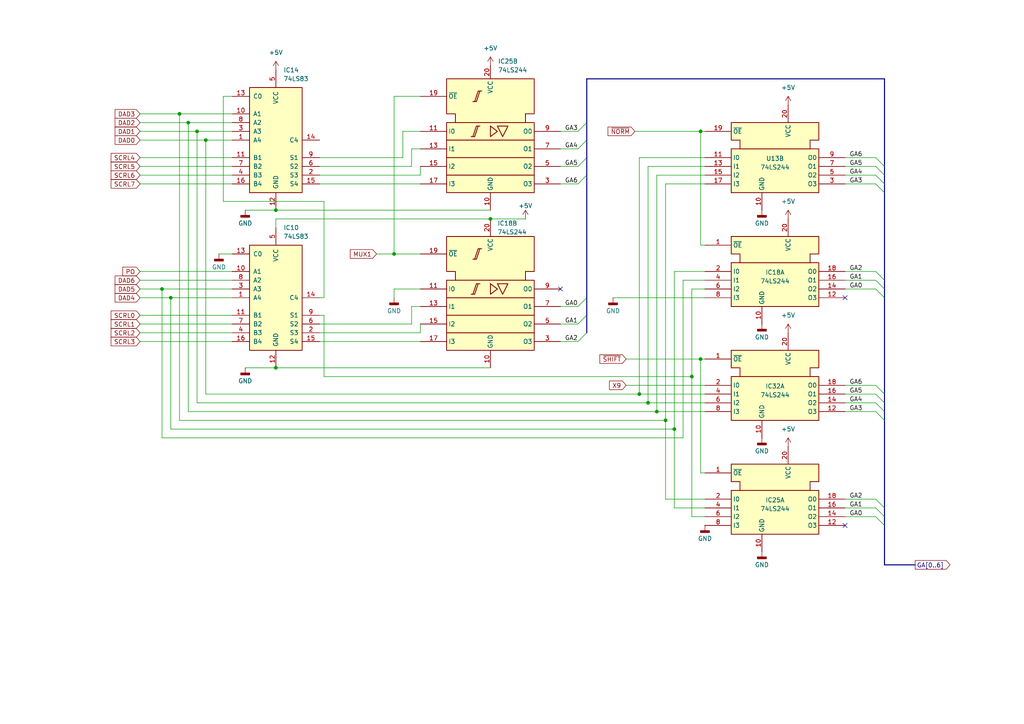
<source format=kicad_sch>
(kicad_sch
	(version 20231120)
	(generator "eeschema")
	(generator_version "8.0")
	(uuid "bc814e44-dc47-47fe-a9b9-f52bc1e1d4c0")
	(paper "A4")
	(title_block
		(title "PARTNER GDP: GDP SCROLL + CAS MUX")
		(company "Oddbit Retro")
		(comment 1 "NARISAL: MIHA GRČAR")
	)
	(lib_symbols
		(symbol "74LS244_1"
			(exclude_from_sim no)
			(in_bom yes)
			(on_board yes)
			(property "Reference" "U13"
				(at -3.81 4.826 0)
				(effects
					(font
						(size 1.27 1.27)
					)
					(justify left)
				)
			)
			(property "Value" "74LS244"
				(at -3.81 2.286 0)
				(effects
					(font
						(size 1.27 1.27)
					)
					(justify left)
				)
			)
			(property "Footprint" ""
				(at 0 0 0)
				(effects
					(font
						(size 1.27 1.27)
					)
					(hide yes)
				)
			)
			(property "Datasheet" "http://www.ti.com/lit/ds/symlink/sn74ls244.pdf"
				(at -54.864 12.446 0)
				(effects
					(font
						(size 1.27 1.27)
					)
					(hide yes)
				)
			)
			(property "Description" "Octal Buffer and Line Driver With 3-State Output, active-low enables, non-inverting outputs"
				(at -66.04 10.16 0)
				(effects
					(font
						(size 1.27 1.27)
					)
					(hide yes)
				)
			)
			(property "ki_keywords" "7400 logic ttl low power schottky"
				(at 0 0 0)
				(effects
					(font
						(size 1.27 1.27)
					)
					(hide yes)
				)
			)
			(symbol "74LS244_1_0_0"
				(pin power_in line
					(at -3.81 -10.16 90)
					(length 5.08)
					(name "GND"
						(effects
							(font
								(size 1.27 1.27)
							)
						)
					)
					(number "10"
						(effects
							(font
								(size 1.27 1.27)
							)
						)
					)
				)
				(pin power_in line
					(at 3.81 20.32 270)
					(length 5.08)
					(name "VCC"
						(effects
							(font
								(size 1.27 1.27)
							)
						)
					)
					(number "20"
						(effects
							(font
								(size 1.27 1.27)
							)
						)
					)
				)
			)
			(symbol "74LS244_1_0_1"
				(rectangle
					(start -12.7 7.62)
					(end 12.7 -5.08)
					(stroke
						(width 0.254)
						(type default)
					)
					(fill
						(type background)
					)
				)
				(polyline
					(pts
						(xy -10.16 7.62) (xy -10.16 10.16) (xy -12.7 10.16) (xy -12.7 15.24) (xy 12.7 15.24) (xy 12.7 10.16)
						(xy 10.16 10.16) (xy 10.16 7.62) (xy 10.16 7.62)
					)
					(stroke
						(width 0.254)
						(type default)
					)
					(fill
						(type background)
					)
				)
			)
			(symbol "74LS244_1_1_1"
				(pin input line
					(at -20.32 12.7 0)
					(length 7.62)
					(name "~{OE}"
						(effects
							(font
								(size 1.27 1.27)
							)
						)
					)
					(number "1"
						(effects
							(font
								(size 1.27 1.27)
							)
						)
					)
				)
				(pin tri_state line
					(at 20.32 -2.54 180)
					(length 7.62)
					(name "O3"
						(effects
							(font
								(size 1.27 1.27)
							)
						)
					)
					(number "12"
						(effects
							(font
								(size 1.27 1.27)
							)
						)
					)
				)
				(pin tri_state line
					(at 20.32 0 180)
					(length 7.62)
					(name "O2"
						(effects
							(font
								(size 1.27 1.27)
							)
						)
					)
					(number "14"
						(effects
							(font
								(size 1.27 1.27)
							)
						)
					)
				)
				(pin tri_state line
					(at 20.32 2.54 180)
					(length 7.62)
					(name "O1"
						(effects
							(font
								(size 1.27 1.27)
							)
						)
					)
					(number "16"
						(effects
							(font
								(size 1.27 1.27)
							)
						)
					)
				)
				(pin tri_state line
					(at 20.32 5.08 180)
					(length 7.62)
					(name "O0"
						(effects
							(font
								(size 1.27 1.27)
							)
						)
					)
					(number "18"
						(effects
							(font
								(size 1.27 1.27)
							)
						)
					)
				)
				(pin input line
					(at -20.32 5.08 0)
					(length 7.62)
					(name "I0"
						(effects
							(font
								(size 1.27 1.27)
							)
						)
					)
					(number "2"
						(effects
							(font
								(size 1.27 1.27)
							)
						)
					)
				)
				(pin input line
					(at -20.32 2.54 0)
					(length 7.62)
					(name "I1"
						(effects
							(font
								(size 1.27 1.27)
							)
						)
					)
					(number "4"
						(effects
							(font
								(size 1.27 1.27)
							)
						)
					)
				)
				(pin input line
					(at -20.32 0 0)
					(length 7.62)
					(name "I2"
						(effects
							(font
								(size 1.27 1.27)
							)
						)
					)
					(number "6"
						(effects
							(font
								(size 1.27 1.27)
							)
						)
					)
				)
				(pin input line
					(at -20.32 -2.54 0)
					(length 7.62)
					(name "I3"
						(effects
							(font
								(size 1.27 1.27)
							)
						)
					)
					(number "8"
						(effects
							(font
								(size 1.27 1.27)
							)
						)
					)
				)
			)
			(symbol "74LS244_1_2_1"
				(pin input line
					(at -20.32 5.08 0)
					(length 7.62)
					(name "I0"
						(effects
							(font
								(size 1.27 1.27)
							)
						)
					)
					(number "11"
						(effects
							(font
								(size 1.27 1.27)
							)
						)
					)
				)
				(pin input line
					(at -20.32 2.54 0)
					(length 7.62)
					(name "I1"
						(effects
							(font
								(size 1.27 1.27)
							)
						)
					)
					(number "13"
						(effects
							(font
								(size 1.27 1.27)
							)
						)
					)
				)
				(pin input line
					(at -20.32 0 0)
					(length 7.62)
					(name "I2"
						(effects
							(font
								(size 1.27 1.27)
							)
						)
					)
					(number "15"
						(effects
							(font
								(size 1.27 1.27)
							)
						)
					)
				)
				(pin input line
					(at -20.32 -2.54 0)
					(length 7.62)
					(name "I3"
						(effects
							(font
								(size 1.27 1.27)
							)
						)
					)
					(number "17"
						(effects
							(font
								(size 1.27 1.27)
							)
						)
					)
				)
				(pin input line
					(at -20.32 12.7 0)
					(length 7.62)
					(name "~{OE}"
						(effects
							(font
								(size 1.27 1.27)
							)
						)
					)
					(number "19"
						(effects
							(font
								(size 1.27 1.27)
							)
						)
					)
				)
				(pin tri_state line
					(at 20.32 -2.54 180)
					(length 7.62)
					(name "O3"
						(effects
							(font
								(size 1.27 1.27)
							)
						)
					)
					(number "3"
						(effects
							(font
								(size 1.27 1.27)
							)
						)
					)
				)
				(pin tri_state line
					(at 20.32 0 180)
					(length 7.62)
					(name "O2"
						(effects
							(font
								(size 1.27 1.27)
							)
						)
					)
					(number "5"
						(effects
							(font
								(size 1.27 1.27)
							)
						)
					)
				)
				(pin tri_state line
					(at 20.32 2.54 180)
					(length 7.62)
					(name "O1"
						(effects
							(font
								(size 1.27 1.27)
							)
						)
					)
					(number "7"
						(effects
							(font
								(size 1.27 1.27)
							)
						)
					)
				)
				(pin tri_state line
					(at 20.32 5.08 180)
					(length 7.62)
					(name "O0"
						(effects
							(font
								(size 1.27 1.27)
							)
						)
					)
					(number "9"
						(effects
							(font
								(size 1.27 1.27)
							)
						)
					)
				)
			)
		)
		(symbol "74LS244_2"
			(exclude_from_sim no)
			(in_bom yes)
			(on_board yes)
			(property "Reference" "U12"
				(at 2.1941 25.4 0)
				(effects
					(font
						(size 1.27 1.27)
					)
					(justify left)
				)
			)
			(property "Value" "74LS244"
				(at 2.1941 22.86 0)
				(effects
					(font
						(size 1.27 1.27)
					)
					(justify left)
				)
			)
			(property "Footprint" ""
				(at 0 0 0)
				(effects
					(font
						(size 1.27 1.27)
					)
					(hide yes)
				)
			)
			(property "Datasheet" "http://www.ti.com/lit/ds/symlink/sn74ls244.pdf"
				(at 0 0 0)
				(effects
					(font
						(size 1.27 1.27)
					)
					(hide yes)
				)
			)
			(property "Description" "Octal Buffer and Line Driver With 3-State Output, active-low enables, non-inverting outputs"
				(at 0 0 0)
				(effects
					(font
						(size 1.27 1.27)
					)
					(hide yes)
				)
			)
			(property "ki_keywords" "7400 logic ttl low power schottky"
				(at 0 0 0)
				(effects
					(font
						(size 1.27 1.27)
					)
					(hide yes)
				)
			)
			(symbol "74LS244_2_0_0"
				(polyline
					(pts
						(xy 2.032 6.604) (xy 5.08 6.604) (xy 3.556 3.556) (xy 2.032 6.604) (xy 2.032 6.604)
					)
					(stroke
						(width 0.254)
						(type default)
					)
					(fill
						(type background)
					)
				)
				(pin power_in line
					(at 0 -17.78 90)
					(length 5.08)
					(name "GND"
						(effects
							(font
								(size 1.27 1.27)
							)
						)
					)
					(number "10"
						(effects
							(font
								(size 1.27 1.27)
							)
						)
					)
				)
				(pin power_in line
					(at 0 24.13 270)
					(length 3.81)
					(name "VCC"
						(effects
							(font
								(size 1.27 1.27)
							)
						)
					)
					(number "20"
						(effects
							(font
								(size 1.27 1.27)
							)
						)
					)
				)
			)
			(symbol "74LS244_2_0_1"
				(rectangle
					(start -12.7 7.62)
					(end 12.7 -12.7)
					(stroke
						(width 0.254)
						(type default)
					)
					(fill
						(type background)
					)
				)
				(polyline
					(pts
						(xy -12.7 -2.54) (xy 12.7 -2.54) (xy 12.7 -2.54)
					)
					(stroke
						(width 0.254)
						(type default)
					)
					(fill
						(type background)
					)
				)
				(polyline
					(pts
						(xy 12.7 -7.62) (xy -12.7 -7.62) (xy -12.7 -7.62)
					)
					(stroke
						(width 0.254)
						(type default)
					)
					(fill
						(type background)
					)
				)
				(polyline
					(pts
						(xy 12.7 2.54) (xy -12.7 2.54) (xy -12.7 2.54)
					)
					(stroke
						(width 0.254)
						(type default)
					)
					(fill
						(type background)
					)
				)
				(polyline
					(pts
						(xy 0 6.604) (xy 0 3.556) (xy 2.032 5.08) (xy 0 6.604) (xy 0 6.604)
					)
					(stroke
						(width 0.254)
						(type default)
					)
					(fill
						(type background)
					)
				)
				(polyline
					(pts
						(xy -5.588 3.556) (xy -4.572 3.556) (xy -3.556 6.604) (xy -3.048 6.604) (xy -4.064 6.604) (xy -5.08 3.556)
						(xy -5.08 3.556)
					)
					(stroke
						(width 0.254)
						(type default)
					)
					(fill
						(type background)
					)
				)
				(polyline
					(pts
						(xy -5.08 13.716) (xy -4.064 13.716) (xy -3.048 16.764) (xy -2.54 16.764) (xy -3.556 16.764) (xy -4.572 13.716)
						(xy -4.572 13.716)
					)
					(stroke
						(width 0.254)
						(type default)
					)
					(fill
						(type background)
					)
				)
				(polyline
					(pts
						(xy -10.16 7.62) (xy -10.16 10.16) (xy -12.7 10.16) (xy -12.7 20.32) (xy 12.7 20.32) (xy 12.7 10.16)
						(xy 10.16 10.16) (xy 10.16 7.62) (xy 10.16 7.62)
					)
					(stroke
						(width 0.254)
						(type default)
					)
					(fill
						(type background)
					)
				)
			)
			(symbol "74LS244_2_1_1"
				(pin input line
					(at -20.32 15.24 0)
					(length 7.62)
					(name "~{OE}"
						(effects
							(font
								(size 1.27 1.27)
							)
						)
					)
					(number "1"
						(effects
							(font
								(size 1.27 1.27)
							)
						)
					)
				)
				(pin tri_state line
					(at 20.32 -10.16 180)
					(length 7.62)
					(name "O3"
						(effects
							(font
								(size 1.27 1.27)
							)
						)
					)
					(number "12"
						(effects
							(font
								(size 1.27 1.27)
							)
						)
					)
				)
				(pin tri_state line
					(at 20.32 -5.08 180)
					(length 7.62)
					(name "O2"
						(effects
							(font
								(size 1.27 1.27)
							)
						)
					)
					(number "14"
						(effects
							(font
								(size 1.27 1.27)
							)
						)
					)
				)
				(pin tri_state line
					(at 20.32 0 180)
					(length 7.62)
					(name "O1"
						(effects
							(font
								(size 1.27 1.27)
							)
						)
					)
					(number "16"
						(effects
							(font
								(size 1.27 1.27)
							)
						)
					)
				)
				(pin tri_state line
					(at 20.32 5.08 180)
					(length 7.62)
					(name "O0"
						(effects
							(font
								(size 1.27 1.27)
							)
						)
					)
					(number "18"
						(effects
							(font
								(size 1.27 1.27)
							)
						)
					)
				)
				(pin input line
					(at -20.32 5.08 0)
					(length 7.62)
					(name "I0"
						(effects
							(font
								(size 1.27 1.27)
							)
						)
					)
					(number "2"
						(effects
							(font
								(size 1.27 1.27)
							)
						)
					)
				)
				(pin input line
					(at -20.32 0 0)
					(length 7.62)
					(name "I1"
						(effects
							(font
								(size 1.27 1.27)
							)
						)
					)
					(number "4"
						(effects
							(font
								(size 1.27 1.27)
							)
						)
					)
				)
				(pin input line
					(at -20.32 -5.08 0)
					(length 7.62)
					(name "I2"
						(effects
							(font
								(size 1.27 1.27)
							)
						)
					)
					(number "6"
						(effects
							(font
								(size 1.27 1.27)
							)
						)
					)
				)
				(pin input line
					(at -20.32 -10.16 0)
					(length 7.62)
					(name "I3"
						(effects
							(font
								(size 1.27 1.27)
							)
						)
					)
					(number "8"
						(effects
							(font
								(size 1.27 1.27)
							)
						)
					)
				)
			)
			(symbol "74LS244_2_2_1"
				(pin input line
					(at -20.32 5.08 0)
					(length 7.62)
					(name "I0"
						(effects
							(font
								(size 1.27 1.27)
							)
						)
					)
					(number "11"
						(effects
							(font
								(size 1.27 1.27)
							)
						)
					)
				)
				(pin input line
					(at -20.32 0 0)
					(length 7.62)
					(name "I1"
						(effects
							(font
								(size 1.27 1.27)
							)
						)
					)
					(number "13"
						(effects
							(font
								(size 1.27 1.27)
							)
						)
					)
				)
				(pin input line
					(at -20.32 -5.08 0)
					(length 7.62)
					(name "I2"
						(effects
							(font
								(size 1.27 1.27)
							)
						)
					)
					(number "15"
						(effects
							(font
								(size 1.27 1.27)
							)
						)
					)
				)
				(pin input line
					(at -20.32 -10.16 0)
					(length 7.62)
					(name "I3"
						(effects
							(font
								(size 1.27 1.27)
							)
						)
					)
					(number "17"
						(effects
							(font
								(size 1.27 1.27)
							)
						)
					)
				)
				(pin input line
					(at -20.32 15.24 0)
					(length 7.62)
					(name "~{OE}"
						(effects
							(font
								(size 1.27 1.27)
							)
						)
					)
					(number "19"
						(effects
							(font
								(size 1.27 1.27)
							)
						)
					)
				)
				(pin tri_state line
					(at 20.32 -10.16 180)
					(length 7.62)
					(name "O3"
						(effects
							(font
								(size 1.27 1.27)
							)
						)
					)
					(number "3"
						(effects
							(font
								(size 1.27 1.27)
							)
						)
					)
				)
				(pin tri_state line
					(at 20.32 -5.08 180)
					(length 7.62)
					(name "O2"
						(effects
							(font
								(size 1.27 1.27)
							)
						)
					)
					(number "5"
						(effects
							(font
								(size 1.27 1.27)
							)
						)
					)
				)
				(pin tri_state line
					(at 20.32 0 180)
					(length 7.62)
					(name "O1"
						(effects
							(font
								(size 1.27 1.27)
							)
						)
					)
					(number "7"
						(effects
							(font
								(size 1.27 1.27)
							)
						)
					)
				)
				(pin tri_state line
					(at 20.32 5.08 180)
					(length 7.62)
					(name "O0"
						(effects
							(font
								(size 1.27 1.27)
							)
						)
					)
					(number "9"
						(effects
							(font
								(size 1.27 1.27)
							)
						)
					)
				)
			)
		)
		(symbol "74LS244_3"
			(exclude_from_sim no)
			(in_bom yes)
			(on_board yes)
			(property "Reference" "U13"
				(at 0 4.826 0)
				(effects
					(font
						(size 1.27 1.27)
					)
				)
			)
			(property "Value" "74LS244"
				(at 0 2.286 0)
				(effects
					(font
						(size 1.27 1.27)
					)
				)
			)
			(property "Footprint" ""
				(at 0 0 0)
				(effects
					(font
						(size 1.27 1.27)
					)
					(hide yes)
				)
			)
			(property "Datasheet" "http://www.ti.com/lit/ds/symlink/sn74ls244.pdf"
				(at -54.864 12.446 0)
				(effects
					(font
						(size 1.27 1.27)
					)
					(hide yes)
				)
			)
			(property "Description" "Octal Buffer and Line Driver With 3-State Output, active-low enables, non-inverting outputs"
				(at -66.04 10.16 0)
				(effects
					(font
						(size 1.27 1.27)
					)
					(hide yes)
				)
			)
			(property "ki_keywords" "7400 logic ttl low power schottky"
				(at 0 0 0)
				(effects
					(font
						(size 1.27 1.27)
					)
					(hide yes)
				)
			)
			(symbol "74LS244_3_0_0"
				(pin power_in line
					(at -3.81 -10.16 90)
					(length 5.08)
					(name "GND"
						(effects
							(font
								(size 1.27 1.27)
							)
						)
					)
					(number "10"
						(effects
							(font
								(size 1.27 1.27)
							)
						)
					)
				)
				(pin power_in line
					(at 3.81 20.32 270)
					(length 5.08)
					(name "VCC"
						(effects
							(font
								(size 1.27 1.27)
							)
						)
					)
					(number "20"
						(effects
							(font
								(size 1.27 1.27)
							)
						)
					)
				)
			)
			(symbol "74LS244_3_0_1"
				(rectangle
					(start -12.7 7.62)
					(end 12.7 -5.08)
					(stroke
						(width 0.254)
						(type default)
					)
					(fill
						(type background)
					)
				)
				(polyline
					(pts
						(xy -10.16 7.62) (xy -10.16 10.16) (xy -12.7 10.16) (xy -12.7 15.24) (xy 12.7 15.24) (xy 12.7 10.16)
						(xy 10.16 10.16) (xy 10.16 7.62) (xy 10.16 7.62)
					)
					(stroke
						(width 0.254)
						(type default)
					)
					(fill
						(type background)
					)
				)
			)
			(symbol "74LS244_3_1_1"
				(pin input line
					(at -20.32 12.7 0)
					(length 7.62)
					(name "~{OE}"
						(effects
							(font
								(size 1.27 1.27)
							)
						)
					)
					(number "1"
						(effects
							(font
								(size 1.27 1.27)
							)
						)
					)
				)
				(pin tri_state line
					(at 20.32 -2.54 180)
					(length 7.62)
					(name "O3"
						(effects
							(font
								(size 1.27 1.27)
							)
						)
					)
					(number "12"
						(effects
							(font
								(size 1.27 1.27)
							)
						)
					)
				)
				(pin tri_state line
					(at 20.32 0 180)
					(length 7.62)
					(name "O2"
						(effects
							(font
								(size 1.27 1.27)
							)
						)
					)
					(number "14"
						(effects
							(font
								(size 1.27 1.27)
							)
						)
					)
				)
				(pin tri_state line
					(at 20.32 2.54 180)
					(length 7.62)
					(name "O1"
						(effects
							(font
								(size 1.27 1.27)
							)
						)
					)
					(number "16"
						(effects
							(font
								(size 1.27 1.27)
							)
						)
					)
				)
				(pin tri_state line
					(at 20.32 5.08 180)
					(length 7.62)
					(name "O0"
						(effects
							(font
								(size 1.27 1.27)
							)
						)
					)
					(number "18"
						(effects
							(font
								(size 1.27 1.27)
							)
						)
					)
				)
				(pin input line
					(at -20.32 5.08 0)
					(length 7.62)
					(name "I0"
						(effects
							(font
								(size 1.27 1.27)
							)
						)
					)
					(number "2"
						(effects
							(font
								(size 1.27 1.27)
							)
						)
					)
				)
				(pin input line
					(at -20.32 2.54 0)
					(length 7.62)
					(name "I1"
						(effects
							(font
								(size 1.27 1.27)
							)
						)
					)
					(number "4"
						(effects
							(font
								(size 1.27 1.27)
							)
						)
					)
				)
				(pin input line
					(at -20.32 0 0)
					(length 7.62)
					(name "I2"
						(effects
							(font
								(size 1.27 1.27)
							)
						)
					)
					(number "6"
						(effects
							(font
								(size 1.27 1.27)
							)
						)
					)
				)
				(pin input line
					(at -20.32 -2.54 0)
					(length 7.62)
					(name "I3"
						(effects
							(font
								(size 1.27 1.27)
							)
						)
					)
					(number "8"
						(effects
							(font
								(size 1.27 1.27)
							)
						)
					)
				)
			)
			(symbol "74LS244_3_2_1"
				(pin input line
					(at -20.32 5.08 0)
					(length 7.62)
					(name "I0"
						(effects
							(font
								(size 1.27 1.27)
							)
						)
					)
					(number "11"
						(effects
							(font
								(size 1.27 1.27)
							)
						)
					)
				)
				(pin input line
					(at -20.32 2.54 0)
					(length 7.62)
					(name "I1"
						(effects
							(font
								(size 1.27 1.27)
							)
						)
					)
					(number "13"
						(effects
							(font
								(size 1.27 1.27)
							)
						)
					)
				)
				(pin input line
					(at -20.32 0 0)
					(length 7.62)
					(name "I2"
						(effects
							(font
								(size 1.27 1.27)
							)
						)
					)
					(number "15"
						(effects
							(font
								(size 1.27 1.27)
							)
						)
					)
				)
				(pin input line
					(at -20.32 -2.54 0)
					(length 7.62)
					(name "I3"
						(effects
							(font
								(size 1.27 1.27)
							)
						)
					)
					(number "17"
						(effects
							(font
								(size 1.27 1.27)
							)
						)
					)
				)
				(pin input line
					(at -20.32 12.7 0)
					(length 7.62)
					(name "~{OE}"
						(effects
							(font
								(size 1.27 1.27)
							)
						)
					)
					(number "19"
						(effects
							(font
								(size 1.27 1.27)
							)
						)
					)
				)
				(pin tri_state line
					(at 20.32 -2.54 180)
					(length 7.62)
					(name "O3"
						(effects
							(font
								(size 1.27 1.27)
							)
						)
					)
					(number "3"
						(effects
							(font
								(size 1.27 1.27)
							)
						)
					)
				)
				(pin tri_state line
					(at 20.32 0 180)
					(length 7.62)
					(name "O2"
						(effects
							(font
								(size 1.27 1.27)
							)
						)
					)
					(number "5"
						(effects
							(font
								(size 1.27 1.27)
							)
						)
					)
				)
				(pin tri_state line
					(at 20.32 2.54 180)
					(length 7.62)
					(name "O1"
						(effects
							(font
								(size 1.27 1.27)
							)
						)
					)
					(number "7"
						(effects
							(font
								(size 1.27 1.27)
							)
						)
					)
				)
				(pin tri_state line
					(at 20.32 5.08 180)
					(length 7.62)
					(name "O0"
						(effects
							(font
								(size 1.27 1.27)
							)
						)
					)
					(number "9"
						(effects
							(font
								(size 1.27 1.27)
							)
						)
					)
				)
			)
		)
		(symbol "74xx:74LS83"
			(pin_names
				(offset 1.016)
			)
			(exclude_from_sim no)
			(in_bom yes)
			(on_board yes)
			(property "Reference" "U9"
				(at 2.1941 20.32 0)
				(effects
					(font
						(size 1.27 1.27)
					)
					(justify left)
				)
			)
			(property "Value" "74LS83"
				(at 2.1941 17.78 0)
				(effects
					(font
						(size 1.27 1.27)
					)
					(justify left)
				)
			)
			(property "Footprint" ""
				(at 0 0 0)
				(effects
					(font
						(size 1.27 1.27)
					)
					(hide yes)
				)
			)
			(property "Datasheet" "http://www.ti.com/lit/gpn/sn74LS83"
				(at -35.052 13.716 0)
				(effects
					(font
						(size 1.27 1.27)
					)
					(hide yes)
				)
			)
			(property "Description" "4-bit Full Adder"
				(at -34.798 10.414 0)
				(effects
					(font
						(size 1.27 1.27)
					)
					(hide yes)
				)
			)
			(property "ki_locked" ""
				(at 0 0 0)
				(effects
					(font
						(size 1.27 1.27)
					)
				)
			)
			(property "ki_keywords" "TTL ADD ARITH ALU"
				(at 0 0 0)
				(effects
					(font
						(size 1.27 1.27)
					)
					(hide yes)
				)
			)
			(property "ki_fp_filters" "DIP?16*"
				(at 0 0 0)
				(effects
					(font
						(size 1.27 1.27)
					)
					(hide yes)
				)
			)
			(symbol "74LS83_1_0"
				(pin input line
					(at -12.7 0 0)
					(length 5.08)
					(name "A4"
						(effects
							(font
								(size 1.27 1.27)
							)
						)
					)
					(number "1"
						(effects
							(font
								(size 1.27 1.27)
							)
						)
					)
				)
				(pin input line
					(at -12.7 7.62 0)
					(length 5.08)
					(name "A1"
						(effects
							(font
								(size 1.27 1.27)
							)
						)
					)
					(number "10"
						(effects
							(font
								(size 1.27 1.27)
							)
						)
					)
				)
				(pin input line
					(at -12.7 -5.08 0)
					(length 5.08)
					(name "B1"
						(effects
							(font
								(size 1.27 1.27)
							)
						)
					)
					(number "11"
						(effects
							(font
								(size 1.27 1.27)
							)
						)
					)
				)
				(pin power_in line
					(at 0 -20.32 90)
					(length 5.08)
					(name "GND"
						(effects
							(font
								(size 1.27 1.27)
							)
						)
					)
					(number "12"
						(effects
							(font
								(size 1.27 1.27)
							)
						)
					)
				)
				(pin input line
					(at -12.7 12.7 0)
					(length 5.08)
					(name "C0"
						(effects
							(font
								(size 1.27 1.27)
							)
						)
					)
					(number "13"
						(effects
							(font
								(size 1.27 1.27)
							)
						)
					)
				)
				(pin output line
					(at 12.7 0 180)
					(length 5.08)
					(name "C4"
						(effects
							(font
								(size 1.27 1.27)
							)
						)
					)
					(number "14"
						(effects
							(font
								(size 1.27 1.27)
							)
						)
					)
				)
				(pin output line
					(at 12.7 -12.7 180)
					(length 5.08)
					(name "S4"
						(effects
							(font
								(size 1.27 1.27)
							)
						)
					)
					(number "15"
						(effects
							(font
								(size 1.27 1.27)
							)
						)
					)
				)
				(pin input line
					(at -12.7 -12.7 0)
					(length 5.08)
					(name "B4"
						(effects
							(font
								(size 1.27 1.27)
							)
						)
					)
					(number "16"
						(effects
							(font
								(size 1.27 1.27)
							)
						)
					)
				)
				(pin output line
					(at 12.7 -10.16 180)
					(length 5.08)
					(name "S3"
						(effects
							(font
								(size 1.27 1.27)
							)
						)
					)
					(number "2"
						(effects
							(font
								(size 1.27 1.27)
							)
						)
					)
				)
				(pin input line
					(at -12.7 2.54 0)
					(length 5.08)
					(name "A3"
						(effects
							(font
								(size 1.27 1.27)
							)
						)
					)
					(number "3"
						(effects
							(font
								(size 1.27 1.27)
							)
						)
					)
				)
				(pin input line
					(at -12.7 -10.16 0)
					(length 5.08)
					(name "B3"
						(effects
							(font
								(size 1.27 1.27)
							)
						)
					)
					(number "4"
						(effects
							(font
								(size 1.27 1.27)
							)
						)
					)
				)
				(pin power_in line
					(at 0 20.32 270)
					(length 5.08)
					(name "VCC"
						(effects
							(font
								(size 1.27 1.27)
							)
						)
					)
					(number "5"
						(effects
							(font
								(size 1.27 1.27)
							)
						)
					)
				)
				(pin output line
					(at 12.7 -7.62 180)
					(length 5.08)
					(name "S2"
						(effects
							(font
								(size 1.27 1.27)
							)
						)
					)
					(number "6"
						(effects
							(font
								(size 1.27 1.27)
							)
						)
					)
				)
				(pin input line
					(at -12.7 -7.62 0)
					(length 5.08)
					(name "B2"
						(effects
							(font
								(size 1.27 1.27)
							)
						)
					)
					(number "7"
						(effects
							(font
								(size 1.27 1.27)
							)
						)
					)
				)
				(pin input line
					(at -12.7 5.08 0)
					(length 5.08)
					(name "A2"
						(effects
							(font
								(size 1.27 1.27)
							)
						)
					)
					(number "8"
						(effects
							(font
								(size 1.27 1.27)
							)
						)
					)
				)
				(pin output line
					(at 12.7 -5.08 180)
					(length 5.08)
					(name "S1"
						(effects
							(font
								(size 1.27 1.27)
							)
						)
					)
					(number "9"
						(effects
							(font
								(size 1.27 1.27)
							)
						)
					)
				)
			)
			(symbol "74LS83_1_1"
				(rectangle
					(start -7.62 15.24)
					(end 7.62 -15.24)
					(stroke
						(width 0.254)
						(type default)
					)
					(fill
						(type background)
					)
				)
			)
		)
		(symbol "74xx_IEEE:74LS244"
			(exclude_from_sim no)
			(in_bom yes)
			(on_board yes)
			(property "Reference" "U"
				(at 17.78 20.32 0)
				(effects
					(font
						(size 1.27 1.27)
					)
				)
			)
			(property "Value" "74LS244"
				(at 12.7 -15.24 0)
				(effects
					(font
						(size 1.27 1.27)
					)
				)
			)
			(property "Footprint" ""
				(at 0 0 0)
				(effects
					(font
						(size 1.27 1.27)
					)
					(hide yes)
				)
			)
			(property "Datasheet" "http://www.ti.com/lit/ds/symlink/sn74ls244.pdf"
				(at 0 0 0)
				(effects
					(font
						(size 1.27 1.27)
					)
					(hide yes)
				)
			)
			(property "Description" "Octal Buffer and Line Driver With 3-State Output, active-low enables, non-inverting outputs"
				(at 0 0 0)
				(effects
					(font
						(size 1.27 1.27)
					)
					(hide yes)
				)
			)
			(property "ki_keywords" "7400 logic ttl low power schottky"
				(at 0 0 0)
				(effects
					(font
						(size 1.27 1.27)
					)
					(hide yes)
				)
			)
			(symbol "74LS244_0_0"
				(polyline
					(pts
						(xy 2.032 6.604) (xy 5.08 6.604) (xy 3.556 3.556) (xy 2.032 6.604) (xy 2.032 6.604)
					)
					(stroke
						(width 0.254)
						(type default)
					)
					(fill
						(type background)
					)
				)
				(pin power_in line
					(at 0 -17.78 90)
					(length 5.08)
					(name "GND"
						(effects
							(font
								(size 1.27 1.27)
							)
						)
					)
					(number "10"
						(effects
							(font
								(size 1.27 1.27)
							)
						)
					)
				)
				(pin power_in line
					(at 0 25.4 270)
					(length 5.08)
					(name "VCC"
						(effects
							(font
								(size 1.27 1.27)
							)
						)
					)
					(number "20"
						(effects
							(font
								(size 1.27 1.27)
							)
						)
					)
				)
			)
			(symbol "74LS244_0_1"
				(rectangle
					(start -12.7 7.62)
					(end 12.7 -12.7)
					(stroke
						(width 0.254)
						(type default)
					)
					(fill
						(type background)
					)
				)
				(polyline
					(pts
						(xy -12.7 -2.54) (xy 12.7 -2.54) (xy 12.7 -2.54)
					)
					(stroke
						(width 0.254)
						(type default)
					)
					(fill
						(type background)
					)
				)
				(polyline
					(pts
						(xy 12.7 -7.62) (xy -12.7 -7.62) (xy -12.7 -7.62)
					)
					(stroke
						(width 0.254)
						(type default)
					)
					(fill
						(type background)
					)
				)
				(polyline
					(pts
						(xy 12.7 2.54) (xy -12.7 2.54) (xy -12.7 2.54)
					)
					(stroke
						(width 0.254)
						(type default)
					)
					(fill
						(type background)
					)
				)
				(polyline
					(pts
						(xy 0 6.604) (xy 0 3.556) (xy 2.032 5.08) (xy 0 6.604) (xy 0 6.604)
					)
					(stroke
						(width 0.254)
						(type default)
					)
					(fill
						(type background)
					)
				)
				(polyline
					(pts
						(xy -5.588 3.556) (xy -4.572 3.556) (xy -3.556 6.604) (xy -3.048 6.604) (xy -4.064 6.604) (xy -5.08 3.556)
						(xy -5.08 3.556)
					)
					(stroke
						(width 0.254)
						(type default)
					)
					(fill
						(type background)
					)
				)
				(polyline
					(pts
						(xy -5.08 13.716) (xy -4.064 13.716) (xy -3.048 16.764) (xy -2.54 16.764) (xy -3.556 16.764) (xy -4.572 13.716)
						(xy -4.572 13.716)
					)
					(stroke
						(width 0.254)
						(type default)
					)
					(fill
						(type background)
					)
				)
				(polyline
					(pts
						(xy -10.16 7.62) (xy -10.16 10.16) (xy -12.7 10.16) (xy -12.7 20.32) (xy 12.7 20.32) (xy 12.7 10.16)
						(xy 10.16 10.16) (xy 10.16 7.62) (xy 10.16 7.62)
					)
					(stroke
						(width 0.254)
						(type default)
					)
					(fill
						(type background)
					)
				)
			)
			(symbol "74LS244_1_1"
				(pin input line
					(at -20.32 15.24 0)
					(length 7.62)
					(name "~{OE}"
						(effects
							(font
								(size 1.27 1.27)
							)
						)
					)
					(number "1"
						(effects
							(font
								(size 1.27 1.27)
							)
						)
					)
				)
				(pin tri_state line
					(at 20.32 -10.16 180)
					(length 7.62)
					(name "O3"
						(effects
							(font
								(size 1.27 1.27)
							)
						)
					)
					(number "12"
						(effects
							(font
								(size 1.27 1.27)
							)
						)
					)
				)
				(pin tri_state line
					(at 20.32 -5.08 180)
					(length 7.62)
					(name "O2"
						(effects
							(font
								(size 1.27 1.27)
							)
						)
					)
					(number "14"
						(effects
							(font
								(size 1.27 1.27)
							)
						)
					)
				)
				(pin tri_state line
					(at 20.32 0 180)
					(length 7.62)
					(name "O1"
						(effects
							(font
								(size 1.27 1.27)
							)
						)
					)
					(number "16"
						(effects
							(font
								(size 1.27 1.27)
							)
						)
					)
				)
				(pin tri_state line
					(at 20.32 5.08 180)
					(length 7.62)
					(name "O0"
						(effects
							(font
								(size 1.27 1.27)
							)
						)
					)
					(number "18"
						(effects
							(font
								(size 1.27 1.27)
							)
						)
					)
				)
				(pin input line
					(at -20.32 5.08 0)
					(length 7.62)
					(name "I0"
						(effects
							(font
								(size 1.27 1.27)
							)
						)
					)
					(number "2"
						(effects
							(font
								(size 1.27 1.27)
							)
						)
					)
				)
				(pin input line
					(at -20.32 0 0)
					(length 7.62)
					(name "I1"
						(effects
							(font
								(size 1.27 1.27)
							)
						)
					)
					(number "4"
						(effects
							(font
								(size 1.27 1.27)
							)
						)
					)
				)
				(pin input line
					(at -20.32 -5.08 0)
					(length 7.62)
					(name "I2"
						(effects
							(font
								(size 1.27 1.27)
							)
						)
					)
					(number "6"
						(effects
							(font
								(size 1.27 1.27)
							)
						)
					)
				)
				(pin input line
					(at -20.32 -10.16 0)
					(length 7.62)
					(name "I3"
						(effects
							(font
								(size 1.27 1.27)
							)
						)
					)
					(number "8"
						(effects
							(font
								(size 1.27 1.27)
							)
						)
					)
				)
			)
			(symbol "74LS244_2_1"
				(pin input line
					(at -20.32 5.08 0)
					(length 7.62)
					(name "I0"
						(effects
							(font
								(size 1.27 1.27)
							)
						)
					)
					(number "11"
						(effects
							(font
								(size 1.27 1.27)
							)
						)
					)
				)
				(pin input line
					(at -20.32 0 0)
					(length 7.62)
					(name "I1"
						(effects
							(font
								(size 1.27 1.27)
							)
						)
					)
					(number "13"
						(effects
							(font
								(size 1.27 1.27)
							)
						)
					)
				)
				(pin input line
					(at -20.32 -5.08 0)
					(length 7.62)
					(name "I2"
						(effects
							(font
								(size 1.27 1.27)
							)
						)
					)
					(number "15"
						(effects
							(font
								(size 1.27 1.27)
							)
						)
					)
				)
				(pin input line
					(at -20.32 -10.16 0)
					(length 7.62)
					(name "I3"
						(effects
							(font
								(size 1.27 1.27)
							)
						)
					)
					(number "17"
						(effects
							(font
								(size 1.27 1.27)
							)
						)
					)
				)
				(pin input line
					(at -20.32 15.24 0)
					(length 7.62)
					(name "~{OE}"
						(effects
							(font
								(size 1.27 1.27)
							)
						)
					)
					(number "19"
						(effects
							(font
								(size 1.27 1.27)
							)
						)
					)
				)
				(pin tri_state line
					(at 20.32 -10.16 180)
					(length 7.62)
					(name "O3"
						(effects
							(font
								(size 1.27 1.27)
							)
						)
					)
					(number "3"
						(effects
							(font
								(size 1.27 1.27)
							)
						)
					)
				)
				(pin tri_state line
					(at 20.32 -5.08 180)
					(length 7.62)
					(name "O2"
						(effects
							(font
								(size 1.27 1.27)
							)
						)
					)
					(number "5"
						(effects
							(font
								(size 1.27 1.27)
							)
						)
					)
				)
				(pin tri_state line
					(at 20.32 0 180)
					(length 7.62)
					(name "O1"
						(effects
							(font
								(size 1.27 1.27)
							)
						)
					)
					(number "7"
						(effects
							(font
								(size 1.27 1.27)
							)
						)
					)
				)
				(pin tri_state line
					(at 20.32 5.08 180)
					(length 7.62)
					(name "O0"
						(effects
							(font
								(size 1.27 1.27)
							)
						)
					)
					(number "9"
						(effects
							(font
								(size 1.27 1.27)
							)
						)
					)
				)
			)
		)
		(symbol "power:+5V"
			(power)
			(pin_numbers hide)
			(pin_names
				(offset 0) hide)
			(exclude_from_sim no)
			(in_bom yes)
			(on_board yes)
			(property "Reference" "#PWR"
				(at 0 -3.81 0)
				(effects
					(font
						(size 1.27 1.27)
					)
					(hide yes)
				)
			)
			(property "Value" "+5V"
				(at 0 3.556 0)
				(effects
					(font
						(size 1.27 1.27)
					)
				)
			)
			(property "Footprint" ""
				(at 0 0 0)
				(effects
					(font
						(size 1.27 1.27)
					)
					(hide yes)
				)
			)
			(property "Datasheet" ""
				(at 0 0 0)
				(effects
					(font
						(size 1.27 1.27)
					)
					(hide yes)
				)
			)
			(property "Description" "Power symbol creates a global label with name \"+5V\""
				(at 0 0 0)
				(effects
					(font
						(size 1.27 1.27)
					)
					(hide yes)
				)
			)
			(property "ki_keywords" "global power"
				(at 0 0 0)
				(effects
					(font
						(size 1.27 1.27)
					)
					(hide yes)
				)
			)
			(symbol "+5V_0_1"
				(polyline
					(pts
						(xy -0.762 1.27) (xy 0 2.54)
					)
					(stroke
						(width 0)
						(type default)
					)
					(fill
						(type none)
					)
				)
				(polyline
					(pts
						(xy 0 0) (xy 0 2.54)
					)
					(stroke
						(width 0)
						(type default)
					)
					(fill
						(type none)
					)
				)
				(polyline
					(pts
						(xy 0 2.54) (xy 0.762 1.27)
					)
					(stroke
						(width 0)
						(type default)
					)
					(fill
						(type none)
					)
				)
			)
			(symbol "+5V_1_1"
				(pin power_in line
					(at 0 0 90)
					(length 0)
					(name "~"
						(effects
							(font
								(size 1.27 1.27)
							)
						)
					)
					(number "1"
						(effects
							(font
								(size 1.27 1.27)
							)
						)
					)
				)
			)
		)
		(symbol "power:GNDD"
			(power)
			(pin_numbers hide)
			(pin_names
				(offset 0) hide)
			(exclude_from_sim no)
			(in_bom yes)
			(on_board yes)
			(property "Reference" "#PWR"
				(at 0 -6.35 0)
				(effects
					(font
						(size 1.27 1.27)
					)
					(hide yes)
				)
			)
			(property "Value" "GNDD"
				(at 0 -3.175 0)
				(effects
					(font
						(size 1.27 1.27)
					)
				)
			)
			(property "Footprint" ""
				(at 0 0 0)
				(effects
					(font
						(size 1.27 1.27)
					)
					(hide yes)
				)
			)
			(property "Datasheet" ""
				(at 0 0 0)
				(effects
					(font
						(size 1.27 1.27)
					)
					(hide yes)
				)
			)
			(property "Description" "Power symbol creates a global label with name \"GNDD\" , digital ground"
				(at 0 0 0)
				(effects
					(font
						(size 1.27 1.27)
					)
					(hide yes)
				)
			)
			(property "ki_keywords" "global power"
				(at 0 0 0)
				(effects
					(font
						(size 1.27 1.27)
					)
					(hide yes)
				)
			)
			(symbol "GNDD_0_1"
				(rectangle
					(start -1.27 -1.524)
					(end 1.27 -2.032)
					(stroke
						(width 0.254)
						(type default)
					)
					(fill
						(type outline)
					)
				)
				(polyline
					(pts
						(xy 0 0) (xy 0 -1.524)
					)
					(stroke
						(width 0)
						(type default)
					)
					(fill
						(type none)
					)
				)
			)
			(symbol "GNDD_1_1"
				(pin power_in line
					(at 0 0 270)
					(length 0)
					(name "~"
						(effects
							(font
								(size 1.27 1.27)
							)
						)
					)
					(number "1"
						(effects
							(font
								(size 1.27 1.27)
							)
						)
					)
				)
			)
		)
	)
	(junction
		(at 59.69 40.64)
		(diameter 0)
		(color 0 0 0 0)
		(uuid "00b1007d-1069-4928-b208-6d8f9a167e80")
	)
	(junction
		(at 195.58 124.46)
		(diameter 0)
		(color 0 0 0 0)
		(uuid "086cd762-b29e-472c-9602-6ee77d125213")
	)
	(junction
		(at 114.3 73.66)
		(diameter 0)
		(color 0 0 0 0)
		(uuid "0af2b2d6-4083-4583-9e5e-2b0a65ab42bb")
	)
	(junction
		(at 57.15 38.1)
		(diameter 0)
		(color 0 0 0 0)
		(uuid "10ed0a1b-daae-45a7-9ac4-27438060157b")
	)
	(junction
		(at 54.61 35.56)
		(diameter 0)
		(color 0 0 0 0)
		(uuid "14b6f3a4-e086-44c1-b09a-e7ddb0bc1a94")
	)
	(junction
		(at 193.04 121.92)
		(diameter 0)
		(color 0 0 0 0)
		(uuid "2672988e-8866-479a-b31b-643a23240127")
	)
	(junction
		(at 187.96 116.84)
		(diameter 0)
		(color 0 0 0 0)
		(uuid "2e0cde61-6051-4381-a483-66d06130c54c")
	)
	(junction
		(at 185.42 114.3)
		(diameter 0)
		(color 0 0 0 0)
		(uuid "3eac3c97-c595-4a56-8d31-c5de3aa5bd68")
	)
	(junction
		(at 203.2 104.14)
		(diameter 0)
		(color 0 0 0 0)
		(uuid "9dffdaff-561c-4137-9cbb-62a53d606d9e")
	)
	(junction
		(at 80.01 106.68)
		(diameter 0)
		(color 0 0 0 0)
		(uuid "b7b49589-4918-4f58-958d-acd59434bbe3")
	)
	(junction
		(at 49.53 86.36)
		(diameter 0)
		(color 0 0 0 0)
		(uuid "b91da61c-d484-44cf-a689-69bdd5873992")
	)
	(junction
		(at 52.07 33.02)
		(diameter 0)
		(color 0 0 0 0)
		(uuid "bc01544f-ff17-479a-9404-b10b36327f0b")
	)
	(junction
		(at 190.5 119.38)
		(diameter 0)
		(color 0 0 0 0)
		(uuid "cbf78bbe-9d7e-41fd-a60b-c73d20b43b93")
	)
	(junction
		(at 80.01 60.96)
		(diameter 0)
		(color 0 0 0 0)
		(uuid "cd5d81d6-f64e-43b3-bbc3-076138adbcf3")
	)
	(junction
		(at 142.24 63.5)
		(diameter 0)
		(color 0 0 0 0)
		(uuid "df3a9fd7-349c-441a-bf34-539e734d33d9")
	)
	(junction
		(at 203.2 38.1)
		(diameter 0)
		(color 0 0 0 0)
		(uuid "ec80bb8b-423b-4194-bcc3-5c8ed8ce08de")
	)
	(junction
		(at 46.99 83.82)
		(diameter 0)
		(color 0 0 0 0)
		(uuid "f57304c6-a4c8-46ea-9841-3d16d4267a71")
	)
	(junction
		(at 200.66 109.22)
		(diameter 0)
		(color 0 0 0 0)
		(uuid "f6b64442-dbcc-4f1e-8656-71cd3bbba3b8")
	)
	(no_connect
		(at 245.11 86.36)
		(uuid "15b98d01-b41e-4664-9725-e848e28b9127")
	)
	(no_connect
		(at 162.56 83.82)
		(uuid "46bdedea-ec02-4612-8295-9e8e6f149eea")
	)
	(no_connect
		(at 245.11 152.4)
		(uuid "4d290a78-058f-492c-a8e5-5a1cc40348ae")
	)
	(bus_entry
		(at 254 119.38)
		(size 2.54 2.54)
		(stroke
			(width 0)
			(type default)
		)
		(uuid "0600db58-892a-4eb3-bc39-9fadb358ce50")
	)
	(bus_entry
		(at 254 53.34)
		(size 2.54 2.54)
		(stroke
			(width 0)
			(type default)
		)
		(uuid "1284e705-3f0d-4fbf-85de-36f898342753")
	)
	(bus_entry
		(at 254 149.86)
		(size 2.54 2.54)
		(stroke
			(width 0)
			(type default)
		)
		(uuid "1f0ac6bd-efe0-49ed-bd4d-fee5b49fc3b5")
	)
	(bus_entry
		(at 167.64 93.98)
		(size 2.54 -2.54)
		(stroke
			(width 0)
			(type default)
		)
		(uuid "29e810f2-819e-4269-b063-ce5411f6cb13")
	)
	(bus_entry
		(at 254 111.76)
		(size 2.54 2.54)
		(stroke
			(width 0)
			(type default)
		)
		(uuid "2acecfac-cee5-43d8-b5ef-8efbdf058bd8")
	)
	(bus_entry
		(at 254 48.26)
		(size 2.54 2.54)
		(stroke
			(width 0)
			(type default)
		)
		(uuid "2b9a44d8-e4af-4a68-873b-9d8f6dade120")
	)
	(bus_entry
		(at 167.64 88.9)
		(size 2.54 -2.54)
		(stroke
			(width 0)
			(type default)
		)
		(uuid "2f8de2e8-e407-40dc-84bf-e73731b4ac93")
	)
	(bus_entry
		(at 167.64 48.26)
		(size 2.54 -2.54)
		(stroke
			(width 0)
			(type default)
		)
		(uuid "31ea7e4b-e2a7-4dc0-8b3b-bf51494c325a")
	)
	(bus_entry
		(at 167.64 43.18)
		(size 2.54 -2.54)
		(stroke
			(width 0)
			(type default)
		)
		(uuid "383be631-40b3-4e27-ac6a-17d688764863")
	)
	(bus_entry
		(at 167.64 99.06)
		(size 2.54 -2.54)
		(stroke
			(width 0)
			(type default)
		)
		(uuid "4b201173-32d7-4837-baab-d299abfd033a")
	)
	(bus_entry
		(at 254 50.8)
		(size 2.54 2.54)
		(stroke
			(width 0)
			(type default)
		)
		(uuid "5bdf6376-d686-4ab4-bbf0-3c8559e8cf7e")
	)
	(bus_entry
		(at 254 114.3)
		(size 2.54 2.54)
		(stroke
			(width 0)
			(type default)
		)
		(uuid "763c68bb-e03d-4f24-a91f-912185f605f9")
	)
	(bus_entry
		(at 254 144.78)
		(size 2.54 2.54)
		(stroke
			(width 0)
			(type default)
		)
		(uuid "8e265bcb-4375-4441-970f-d8348c60ba90")
	)
	(bus_entry
		(at 254 116.84)
		(size 2.54 2.54)
		(stroke
			(width 0)
			(type default)
		)
		(uuid "9ac4cab0-56b5-4116-a078-afbff3fe5fa5")
	)
	(bus_entry
		(at 254 147.32)
		(size 2.54 2.54)
		(stroke
			(width 0)
			(type default)
		)
		(uuid "afb4e95d-1f9d-4611-bbcb-6517ab7dba92")
	)
	(bus_entry
		(at 254 83.82)
		(size 2.54 2.54)
		(stroke
			(width 0)
			(type default)
		)
		(uuid "bc1258d3-e4cb-4af0-88bc-572f0e4d94fb")
	)
	(bus_entry
		(at 167.64 38.1)
		(size 2.54 -2.54)
		(stroke
			(width 0)
			(type default)
		)
		(uuid "d2f74fc1-5f43-4207-af16-41f43b35cb99")
	)
	(bus_entry
		(at 167.64 53.34)
		(size 2.54 -2.54)
		(stroke
			(width 0)
			(type default)
		)
		(uuid "db8829a6-752b-41d3-bc2b-985914ed9ace")
	)
	(bus_entry
		(at 254 78.74)
		(size 2.54 2.54)
		(stroke
			(width 0)
			(type default)
		)
		(uuid "df18d8a0-e8ce-4a71-b36e-fa1485f9c3be")
	)
	(bus_entry
		(at 254 81.28)
		(size 2.54 2.54)
		(stroke
			(width 0)
			(type default)
		)
		(uuid "df87595b-7da6-4a09-8945-4de99019a40a")
	)
	(bus_entry
		(at 254 45.72)
		(size 2.54 2.54)
		(stroke
			(width 0)
			(type default)
		)
		(uuid "ec18dee5-6e46-42fe-a584-6dfbec573756")
	)
	(wire
		(pts
			(xy 119.38 48.26) (xy 119.38 43.18)
		)
		(stroke
			(width 0)
			(type default)
		)
		(uuid "07d1a4c1-67b8-48e5-890a-e9f3c7b195f2")
	)
	(wire
		(pts
			(xy 245.11 116.84) (xy 254 116.84)
		)
		(stroke
			(width 0)
			(type default)
		)
		(uuid "0aaa4f8e-c882-4dda-ad82-ed2022f9a491")
	)
	(wire
		(pts
			(xy 162.56 38.1) (xy 167.64 38.1)
		)
		(stroke
			(width 0)
			(type default)
		)
		(uuid "0d28897c-bc45-4e33-9e49-fa1c0ab0f992")
	)
	(wire
		(pts
			(xy 245.11 147.32) (xy 254 147.32)
		)
		(stroke
			(width 0)
			(type default)
		)
		(uuid "0e84d954-1a4b-48f5-b2e1-44d46ee75df3")
	)
	(wire
		(pts
			(xy 109.22 73.66) (xy 114.3 73.66)
		)
		(stroke
			(width 0)
			(type default)
		)
		(uuid "1001de38-b25b-4493-8137-34bb7f6a7e11")
	)
	(wire
		(pts
			(xy 245.11 78.74) (xy 254 78.74)
		)
		(stroke
			(width 0)
			(type default)
		)
		(uuid "164a33d8-f6e7-47ee-a0cd-5a8cbfdcbca9")
	)
	(wire
		(pts
			(xy 71.12 60.96) (xy 80.01 60.96)
		)
		(stroke
			(width 0)
			(type default)
		)
		(uuid "17543419-5248-47a1-9489-0c00baad7df4")
	)
	(wire
		(pts
			(xy 203.2 38.1) (xy 203.2 71.12)
		)
		(stroke
			(width 0)
			(type default)
		)
		(uuid "1a171123-a260-4174-a44e-7e290276b09c")
	)
	(wire
		(pts
			(xy 181.61 111.76) (xy 204.47 111.76)
		)
		(stroke
			(width 0)
			(type default)
		)
		(uuid "1a6af72f-b892-4c38-b82a-0fd8d5a462df")
	)
	(wire
		(pts
			(xy 114.3 86.36) (xy 114.3 83.82)
		)
		(stroke
			(width 0)
			(type default)
		)
		(uuid "1f48cc46-337f-486c-a814-36184106f19f")
	)
	(wire
		(pts
			(xy 93.98 58.42) (xy 93.98 86.36)
		)
		(stroke
			(width 0)
			(type default)
		)
		(uuid "22b415fc-a7cc-42ef-a4ec-2813020888c5")
	)
	(wire
		(pts
			(xy 162.56 43.18) (xy 167.64 43.18)
		)
		(stroke
			(width 0)
			(type default)
		)
		(uuid "23326186-eb41-430c-9898-16e2ffac347d")
	)
	(wire
		(pts
			(xy 93.98 86.36) (xy 92.71 86.36)
		)
		(stroke
			(width 0)
			(type default)
		)
		(uuid "2337f616-ca0d-4e03-8e20-5aa1a9490af5")
	)
	(wire
		(pts
			(xy 40.64 99.06) (xy 67.31 99.06)
		)
		(stroke
			(width 0)
			(type default)
		)
		(uuid "2358feec-ab84-4aee-a87f-0f443ce87482")
	)
	(wire
		(pts
			(xy 52.07 121.92) (xy 193.04 121.92)
		)
		(stroke
			(width 0)
			(type default)
		)
		(uuid "2394cc52-bc09-4e72-9a1f-711198c92734")
	)
	(wire
		(pts
			(xy 40.64 78.74) (xy 67.31 78.74)
		)
		(stroke
			(width 0)
			(type default)
		)
		(uuid "25519772-b603-422f-9fb1-ff7e14ca3b7a")
	)
	(bus
		(pts
			(xy 256.54 22.86) (xy 256.54 48.26)
		)
		(stroke
			(width 0)
			(type default)
		)
		(uuid "29fe7ce2-c21e-44ea-b504-acc86f90a3b2")
	)
	(wire
		(pts
			(xy 67.31 27.94) (xy 64.77 27.94)
		)
		(stroke
			(width 0)
			(type default)
		)
		(uuid "2a7536b1-441f-451f-ac37-53722c90bc50")
	)
	(bus
		(pts
			(xy 170.18 35.56) (xy 170.18 40.64)
		)
		(stroke
			(width 0)
			(type default)
		)
		(uuid "2a775422-20fe-4c69-a154-453e37d533d3")
	)
	(wire
		(pts
			(xy 64.77 27.94) (xy 64.77 58.42)
		)
		(stroke
			(width 0)
			(type default)
		)
		(uuid "2be8a76d-624f-4ce9-b4e3-b508c7b29551")
	)
	(wire
		(pts
			(xy 40.64 53.34) (xy 67.31 53.34)
		)
		(stroke
			(width 0)
			(type default)
		)
		(uuid "2c37afe4-88aa-49af-bbee-564893c52c8d")
	)
	(wire
		(pts
			(xy 204.47 53.34) (xy 193.04 53.34)
		)
		(stroke
			(width 0)
			(type default)
		)
		(uuid "2fd4d2c0-f8b4-4df0-8119-e72c6a919ba8")
	)
	(wire
		(pts
			(xy 59.69 40.64) (xy 59.69 114.3)
		)
		(stroke
			(width 0)
			(type default)
		)
		(uuid "30434672-49ca-45f7-b2af-68091e417112")
	)
	(wire
		(pts
			(xy 245.11 48.26) (xy 254 48.26)
		)
		(stroke
			(width 0)
			(type default)
		)
		(uuid "30cf0188-88aa-44bd-b1c6-2e87ee8774cf")
	)
	(wire
		(pts
			(xy 204.47 71.12) (xy 203.2 71.12)
		)
		(stroke
			(width 0)
			(type default)
		)
		(uuid "34c04340-177e-4917-ab8a-42abda022bb0")
	)
	(bus
		(pts
			(xy 256.54 81.28) (xy 256.54 83.82)
		)
		(stroke
			(width 0)
			(type default)
		)
		(uuid "35786514-e970-49a8-848c-5e0227d02668")
	)
	(wire
		(pts
			(xy 245.11 114.3) (xy 254 114.3)
		)
		(stroke
			(width 0)
			(type default)
		)
		(uuid "358879a0-43b9-4ebe-9ef4-869154b24dce")
	)
	(wire
		(pts
			(xy 93.98 91.44) (xy 92.71 91.44)
		)
		(stroke
			(width 0)
			(type default)
		)
		(uuid "361eff20-938f-49d4-9143-2f1c2f75a423")
	)
	(wire
		(pts
			(xy 40.64 50.8) (xy 67.31 50.8)
		)
		(stroke
			(width 0)
			(type default)
		)
		(uuid "3642e97e-5aaa-42dc-bd2a-21928299df51")
	)
	(wire
		(pts
			(xy 114.3 83.82) (xy 121.92 83.82)
		)
		(stroke
			(width 0)
			(type default)
		)
		(uuid "37bc6042-54e7-4b57-8e9d-0c1096fcbbf6")
	)
	(wire
		(pts
			(xy 59.69 114.3) (xy 185.42 114.3)
		)
		(stroke
			(width 0)
			(type default)
		)
		(uuid "38204e83-5263-40bb-b7f3-41872304b6be")
	)
	(wire
		(pts
			(xy 80.01 60.96) (xy 142.24 60.96)
		)
		(stroke
			(width 0)
			(type default)
		)
		(uuid "393d9e2e-43a4-4fc1-8df6-9ee90c06d1bf")
	)
	(bus
		(pts
			(xy 256.54 55.88) (xy 256.54 81.28)
		)
		(stroke
			(width 0)
			(type default)
		)
		(uuid "39c1c660-4a15-4bc0-9869-62d0e1702062")
	)
	(wire
		(pts
			(xy 119.38 43.18) (xy 121.92 43.18)
		)
		(stroke
			(width 0)
			(type default)
		)
		(uuid "3a9fa426-06b7-4b9c-be0e-a454007afdc8")
	)
	(wire
		(pts
			(xy 40.64 35.56) (xy 54.61 35.56)
		)
		(stroke
			(width 0)
			(type default)
		)
		(uuid "3e66350d-f3ab-4b1d-825f-9c26a60d1b9d")
	)
	(wire
		(pts
			(xy 40.64 96.52) (xy 67.31 96.52)
		)
		(stroke
			(width 0)
			(type default)
		)
		(uuid "41de3ee9-993d-49ef-8335-db68b2718cbd")
	)
	(wire
		(pts
			(xy 185.42 45.72) (xy 185.42 114.3)
		)
		(stroke
			(width 0)
			(type default)
		)
		(uuid "42e7117a-fe0d-422c-a7c8-d2f802211dfa")
	)
	(wire
		(pts
			(xy 203.2 104.14) (xy 204.47 104.14)
		)
		(stroke
			(width 0)
			(type default)
		)
		(uuid "435df506-f9eb-4897-a518-38f1450964d7")
	)
	(wire
		(pts
			(xy 177.8 86.36) (xy 204.47 86.36)
		)
		(stroke
			(width 0)
			(type default)
		)
		(uuid "46677ac7-5fc7-4fe3-a80a-05cb950c337d")
	)
	(wire
		(pts
			(xy 93.98 109.22) (xy 93.98 91.44)
		)
		(stroke
			(width 0)
			(type default)
		)
		(uuid "466ce468-a654-4438-861f-4439e6d114af")
	)
	(wire
		(pts
			(xy 46.99 83.82) (xy 67.31 83.82)
		)
		(stroke
			(width 0)
			(type default)
		)
		(uuid "46af7d68-8708-4b25-a035-0181a538f8a4")
	)
	(wire
		(pts
			(xy 119.38 88.9) (xy 121.92 88.9)
		)
		(stroke
			(width 0)
			(type default)
		)
		(uuid "472178c5-3a2b-464c-8fda-b4f17b903def")
	)
	(wire
		(pts
			(xy 54.61 35.56) (xy 54.61 119.38)
		)
		(stroke
			(width 0)
			(type default)
		)
		(uuid "480d2932-7344-4304-ab8d-0b233ccd1c6d")
	)
	(wire
		(pts
			(xy 245.11 81.28) (xy 254 81.28)
		)
		(stroke
			(width 0)
			(type default)
		)
		(uuid "48da0636-c885-49ad-bf05-67cc16f63510")
	)
	(wire
		(pts
			(xy 57.15 38.1) (xy 57.15 116.84)
		)
		(stroke
			(width 0)
			(type default)
		)
		(uuid "4d21644f-d8bf-4a87-bb41-1aa2d8d02f54")
	)
	(wire
		(pts
			(xy 121.92 27.94) (xy 114.3 27.94)
		)
		(stroke
			(width 0)
			(type default)
		)
		(uuid "4f60bc24-f487-43ee-b7dc-ed8b5c2eca6d")
	)
	(wire
		(pts
			(xy 57.15 38.1) (xy 67.31 38.1)
		)
		(stroke
			(width 0)
			(type default)
		)
		(uuid "4fdb589d-4df5-4fed-bdec-2c2e18f51e69")
	)
	(wire
		(pts
			(xy 185.42 45.72) (xy 204.47 45.72)
		)
		(stroke
			(width 0)
			(type default)
		)
		(uuid "524ce85c-6c6b-4c55-a731-80a6aa9dc38f")
	)
	(wire
		(pts
			(xy 190.5 50.8) (xy 190.5 119.38)
		)
		(stroke
			(width 0)
			(type default)
		)
		(uuid "534ba092-e029-4519-bc53-18cdfd8d89b9")
	)
	(bus
		(pts
			(xy 256.54 53.34) (xy 256.54 55.88)
		)
		(stroke
			(width 0)
			(type default)
		)
		(uuid "5409060e-e57e-41f5-b693-ecbd6eba812a")
	)
	(bus
		(pts
			(xy 256.54 119.38) (xy 256.54 121.92)
		)
		(stroke
			(width 0)
			(type default)
		)
		(uuid "54c637db-794c-4975-ab4f-4ebb6ae2d8d5")
	)
	(wire
		(pts
			(xy 40.64 45.72) (xy 67.31 45.72)
		)
		(stroke
			(width 0)
			(type default)
		)
		(uuid "559cd938-4c21-47a5-a975-8fcc0ec2c15e")
	)
	(bus
		(pts
			(xy 170.18 86.36) (xy 170.18 91.44)
		)
		(stroke
			(width 0)
			(type default)
		)
		(uuid "564a2d11-4b07-4581-beab-e8903bff4f24")
	)
	(wire
		(pts
			(xy 195.58 124.46) (xy 195.58 147.32)
		)
		(stroke
			(width 0)
			(type default)
		)
		(uuid "57bd1efc-bd86-41b6-b7fb-e9d5ab244d22")
	)
	(wire
		(pts
			(xy 92.71 50.8) (xy 121.92 50.8)
		)
		(stroke
			(width 0)
			(type default)
		)
		(uuid "5ae5416d-ed49-4ceb-8c46-bf8b032f73a7")
	)
	(wire
		(pts
			(xy 245.11 83.82) (xy 254 83.82)
		)
		(stroke
			(width 0)
			(type default)
		)
		(uuid "5b2498cf-46cd-446b-ae92-3cbf01f1df1e")
	)
	(wire
		(pts
			(xy 187.96 116.84) (xy 204.47 116.84)
		)
		(stroke
			(width 0)
			(type default)
		)
		(uuid "5c059954-b85c-44ab-85d2-7f6878cde2b8")
	)
	(bus
		(pts
			(xy 256.54 147.32) (xy 256.54 149.86)
		)
		(stroke
			(width 0)
			(type default)
		)
		(uuid "5e99fc98-60d8-48ae-b5f9-6a75f168025e")
	)
	(bus
		(pts
			(xy 170.18 45.72) (xy 170.18 50.8)
		)
		(stroke
			(width 0)
			(type default)
		)
		(uuid "66e88be5-1329-441f-ae79-1809dd4788de")
	)
	(wire
		(pts
			(xy 190.5 119.38) (xy 204.47 119.38)
		)
		(stroke
			(width 0)
			(type default)
		)
		(uuid "6aa13bde-dc26-492b-b61c-d84df1c4570f")
	)
	(wire
		(pts
			(xy 119.38 93.98) (xy 119.38 88.9)
		)
		(stroke
			(width 0)
			(type default)
		)
		(uuid "6ee31328-34b8-4d2d-8c15-9bfb81ce0f60")
	)
	(wire
		(pts
			(xy 193.04 144.78) (xy 204.47 144.78)
		)
		(stroke
			(width 0)
			(type default)
		)
		(uuid "718c5a7f-2081-4d34-9b7e-02e56836734c")
	)
	(wire
		(pts
			(xy 49.53 86.36) (xy 67.31 86.36)
		)
		(stroke
			(width 0)
			(type default)
		)
		(uuid "72c6e080-1d2f-4dee-aea8-1279ebe5cba6")
	)
	(wire
		(pts
			(xy 195.58 147.32) (xy 204.47 147.32)
		)
		(stroke
			(width 0)
			(type default)
		)
		(uuid "7440b554-6d19-482a-8a00-e6d93b4ff209")
	)
	(wire
		(pts
			(xy 52.07 33.02) (xy 67.31 33.02)
		)
		(stroke
			(width 0)
			(type default)
		)
		(uuid "7677b3a7-5f40-41bb-babf-e4b4eaefc300")
	)
	(wire
		(pts
			(xy 64.77 58.42) (xy 93.98 58.42)
		)
		(stroke
			(width 0)
			(type default)
		)
		(uuid "77f7d231-6c0d-4d9a-a79a-5a603b177823")
	)
	(wire
		(pts
			(xy 185.42 114.3) (xy 204.47 114.3)
		)
		(stroke
			(width 0)
			(type default)
		)
		(uuid "793ebc34-c379-485c-8b6c-762b22a8ba2d")
	)
	(wire
		(pts
			(xy 52.07 33.02) (xy 52.07 121.92)
		)
		(stroke
			(width 0)
			(type default)
		)
		(uuid "798ce318-2ee7-450a-b79a-05812f028130")
	)
	(wire
		(pts
			(xy 162.56 88.9) (xy 167.64 88.9)
		)
		(stroke
			(width 0)
			(type default)
		)
		(uuid "79ed2215-7062-4a89-9b97-e7f153460137")
	)
	(wire
		(pts
			(xy 80.01 106.68) (xy 142.24 106.68)
		)
		(stroke
			(width 0)
			(type default)
		)
		(uuid "7ee2d8be-f53b-4453-808a-7205a5cea3a3")
	)
	(wire
		(pts
			(xy 40.64 93.98) (xy 67.31 93.98)
		)
		(stroke
			(width 0)
			(type default)
		)
		(uuid "7f8e71fb-7442-49e6-b145-465c1e21e7ac")
	)
	(wire
		(pts
			(xy 40.64 33.02) (xy 52.07 33.02)
		)
		(stroke
			(width 0)
			(type default)
		)
		(uuid "7fba82c6-dd78-4c2c-a278-a0f8c3dc4b8b")
	)
	(wire
		(pts
			(xy 40.64 83.82) (xy 46.99 83.82)
		)
		(stroke
			(width 0)
			(type default)
		)
		(uuid "821d7237-d237-409e-8433-68d10e88067d")
	)
	(wire
		(pts
			(xy 198.12 81.28) (xy 198.12 127)
		)
		(stroke
			(width 0)
			(type default)
		)
		(uuid "8358faf7-db00-4342-8551-d0d8542399e2")
	)
	(wire
		(pts
			(xy 193.04 121.92) (xy 193.04 144.78)
		)
		(stroke
			(width 0)
			(type default)
		)
		(uuid "844da8dc-c194-4013-b48f-6d9b298b17cc")
	)
	(wire
		(pts
			(xy 46.99 83.82) (xy 46.99 127)
		)
		(stroke
			(width 0)
			(type default)
		)
		(uuid "84a53894-217c-47ee-b8af-fbc4f0d79028")
	)
	(wire
		(pts
			(xy 54.61 119.38) (xy 190.5 119.38)
		)
		(stroke
			(width 0)
			(type default)
		)
		(uuid "8743b5c4-b59c-4b33-ae9f-8cb16e81713c")
	)
	(wire
		(pts
			(xy 92.71 93.98) (xy 119.38 93.98)
		)
		(stroke
			(width 0)
			(type default)
		)
		(uuid "8ab5fbcb-c4cf-43fc-9c25-9e80886a5fed")
	)
	(wire
		(pts
			(xy 121.92 50.8) (xy 121.92 48.26)
		)
		(stroke
			(width 0)
			(type default)
		)
		(uuid "8cb2cef7-0b71-4c41-8fe8-049359242fad")
	)
	(wire
		(pts
			(xy 204.47 149.86) (xy 200.66 149.86)
		)
		(stroke
			(width 0)
			(type default)
		)
		(uuid "8f175f38-6352-4260-aaa5-d3530969a706")
	)
	(wire
		(pts
			(xy 204.47 81.28) (xy 198.12 81.28)
		)
		(stroke
			(width 0)
			(type default)
		)
		(uuid "8f2ca050-46f2-4c86-9b33-c3dd560bfa25")
	)
	(wire
		(pts
			(xy 92.71 45.72) (xy 116.84 45.72)
		)
		(stroke
			(width 0)
			(type default)
		)
		(uuid "9278dc0d-295d-447a-b123-8187d61a599b")
	)
	(wire
		(pts
			(xy 40.64 91.44) (xy 67.31 91.44)
		)
		(stroke
			(width 0)
			(type default)
		)
		(uuid "92dbfb45-80c8-4e05-8a45-d01dafc619eb")
	)
	(wire
		(pts
			(xy 162.56 99.06) (xy 167.64 99.06)
		)
		(stroke
			(width 0)
			(type default)
		)
		(uuid "93ae8f63-a129-4b8c-af44-5700998a56d9")
	)
	(wire
		(pts
			(xy 80.01 63.5) (xy 142.24 63.5)
		)
		(stroke
			(width 0)
			(type default)
		)
		(uuid "959d7711-b5b9-407c-b178-01be66c8855a")
	)
	(bus
		(pts
			(xy 170.18 22.86) (xy 170.18 35.56)
		)
		(stroke
			(width 0)
			(type default)
		)
		(uuid "993277c3-283e-4ce5-9e2d-0ac722606bbe")
	)
	(wire
		(pts
			(xy 245.11 119.38) (xy 254 119.38)
		)
		(stroke
			(width 0)
			(type default)
		)
		(uuid "9ad1d439-9a19-4378-a93d-f2a7b4b8404e")
	)
	(wire
		(pts
			(xy 92.71 53.34) (xy 121.92 53.34)
		)
		(stroke
			(width 0)
			(type default)
		)
		(uuid "9f6156f6-f784-48e3-8b0a-4a808d4c35a8")
	)
	(bus
		(pts
			(xy 256.54 114.3) (xy 256.54 116.84)
		)
		(stroke
			(width 0)
			(type default)
		)
		(uuid "a086eaec-0fa5-486c-b04f-9c3f04aafd0f")
	)
	(wire
		(pts
			(xy 114.3 73.66) (xy 121.92 73.66)
		)
		(stroke
			(width 0)
			(type default)
		)
		(uuid "a304f2a2-7c8a-4f82-aefa-565f43664d53")
	)
	(bus
		(pts
			(xy 256.54 116.84) (xy 256.54 119.38)
		)
		(stroke
			(width 0)
			(type default)
		)
		(uuid "a3e32739-e86e-41e3-bb52-fde15bb67f2a")
	)
	(bus
		(pts
			(xy 170.18 22.86) (xy 256.54 22.86)
		)
		(stroke
			(width 0)
			(type default)
		)
		(uuid "a42b5bc6-fd20-479a-a847-b9c2f18b5875")
	)
	(wire
		(pts
			(xy 245.11 45.72) (xy 254 45.72)
		)
		(stroke
			(width 0)
			(type default)
		)
		(uuid "a515abe0-4312-4f0c-98c4-58ba0b75b097")
	)
	(wire
		(pts
			(xy 40.64 48.26) (xy 67.31 48.26)
		)
		(stroke
			(width 0)
			(type default)
		)
		(uuid "a664227d-b8e7-49f5-9b50-36d861c6da97")
	)
	(wire
		(pts
			(xy 121.92 96.52) (xy 121.92 93.98)
		)
		(stroke
			(width 0)
			(type default)
		)
		(uuid "a69b2dd6-f7d9-490c-a914-79a07c1fa30a")
	)
	(wire
		(pts
			(xy 162.56 93.98) (xy 167.64 93.98)
		)
		(stroke
			(width 0)
			(type default)
		)
		(uuid "a8389b7d-e556-45c0-ae1b-9f1750836670")
	)
	(wire
		(pts
			(xy 204.47 48.26) (xy 187.96 48.26)
		)
		(stroke
			(width 0)
			(type default)
		)
		(uuid "a8bf371b-aef7-437a-aa66-b563dde67f79")
	)
	(wire
		(pts
			(xy 116.84 45.72) (xy 116.84 38.1)
		)
		(stroke
			(width 0)
			(type default)
		)
		(uuid "a9e04b72-82c8-4caa-9a7b-2d51d1250a20")
	)
	(wire
		(pts
			(xy 181.61 104.14) (xy 203.2 104.14)
		)
		(stroke
			(width 0)
			(type default)
		)
		(uuid "aa422e0e-6ba1-4a26-a947-5af84d4b4a91")
	)
	(bus
		(pts
			(xy 256.54 149.86) (xy 256.54 152.4)
		)
		(stroke
			(width 0)
			(type default)
		)
		(uuid "ab892abd-3613-4923-98cf-44d96cfdf431")
	)
	(wire
		(pts
			(xy 49.53 86.36) (xy 49.53 124.46)
		)
		(stroke
			(width 0)
			(type default)
		)
		(uuid "ad35d937-2327-48b4-ab43-b97f643e0a50")
	)
	(wire
		(pts
			(xy 195.58 78.74) (xy 204.47 78.74)
		)
		(stroke
			(width 0)
			(type default)
		)
		(uuid "adde787b-e03f-4dc0-b441-5f0b2d051f25")
	)
	(wire
		(pts
			(xy 204.47 137.16) (xy 203.2 137.16)
		)
		(stroke
			(width 0)
			(type default)
		)
		(uuid "b0625f7d-f235-45df-b26a-91897315558a")
	)
	(bus
		(pts
			(xy 170.18 50.8) (xy 170.18 86.36)
		)
		(stroke
			(width 0)
			(type default)
		)
		(uuid "b346e023-5e3c-4721-8c42-76ae2dea91d3")
	)
	(wire
		(pts
			(xy 184.15 38.1) (xy 203.2 38.1)
		)
		(stroke
			(width 0)
			(type default)
		)
		(uuid "b56f0aff-0dc1-4c8c-a424-d70ed34c3042")
	)
	(bus
		(pts
			(xy 256.54 163.83) (xy 265.43 163.83)
		)
		(stroke
			(width 0)
			(type default)
		)
		(uuid "b94e7427-a0b0-4f08-a6f5-613ed85b9340")
	)
	(wire
		(pts
			(xy 162.56 53.34) (xy 167.64 53.34)
		)
		(stroke
			(width 0)
			(type default)
		)
		(uuid "b9acdf45-1ec7-4fc4-b76d-045dc3dff964")
	)
	(bus
		(pts
			(xy 256.54 48.26) (xy 256.54 50.8)
		)
		(stroke
			(width 0)
			(type default)
		)
		(uuid "beabe285-b97f-40cd-b9d1-925f7d7ceb89")
	)
	(wire
		(pts
			(xy 195.58 78.74) (xy 195.58 124.46)
		)
		(stroke
			(width 0)
			(type default)
		)
		(uuid "bf06d69c-4c55-4034-9ceb-32ee22571120")
	)
	(wire
		(pts
			(xy 203.2 38.1) (xy 204.47 38.1)
		)
		(stroke
			(width 0)
			(type default)
		)
		(uuid "c0271c8f-c676-4550-8c0c-dbe2e480405f")
	)
	(wire
		(pts
			(xy 40.64 81.28) (xy 67.31 81.28)
		)
		(stroke
			(width 0)
			(type default)
		)
		(uuid "c1e2f41c-2d25-4a5e-a2c7-1e2dc1191e0b")
	)
	(wire
		(pts
			(xy 245.11 111.76) (xy 254 111.76)
		)
		(stroke
			(width 0)
			(type default)
		)
		(uuid "c403e772-26ac-4cfe-9856-46ee9157ac19")
	)
	(bus
		(pts
			(xy 256.54 83.82) (xy 256.54 86.36)
		)
		(stroke
			(width 0)
			(type default)
		)
		(uuid "c5e5ee68-ed5b-4892-a333-f90b213a83b9")
	)
	(wire
		(pts
			(xy 114.3 27.94) (xy 114.3 73.66)
		)
		(stroke
			(width 0)
			(type default)
		)
		(uuid "c7168aa9-4b5a-4c86-b4ae-15f852920f3b")
	)
	(wire
		(pts
			(xy 187.96 48.26) (xy 187.96 116.84)
		)
		(stroke
			(width 0)
			(type default)
		)
		(uuid "c7e635f2-5108-4eec-b0fd-ca04d691cc92")
	)
	(wire
		(pts
			(xy 92.71 48.26) (xy 119.38 48.26)
		)
		(stroke
			(width 0)
			(type default)
		)
		(uuid "c93909ba-cb88-4c77-8348-6ace417e9dc9")
	)
	(wire
		(pts
			(xy 203.2 137.16) (xy 203.2 104.14)
		)
		(stroke
			(width 0)
			(type default)
		)
		(uuid "ca50219e-23d5-490f-97f2-d1d03a141e24")
	)
	(wire
		(pts
			(xy 200.66 109.22) (xy 93.98 109.22)
		)
		(stroke
			(width 0)
			(type default)
		)
		(uuid "cd1e0802-c933-405c-9f3d-db30eb2d70b1")
	)
	(wire
		(pts
			(xy 245.11 144.78) (xy 254 144.78)
		)
		(stroke
			(width 0)
			(type default)
		)
		(uuid "cde71f73-e333-457e-bab5-7b34fd407651")
	)
	(wire
		(pts
			(xy 245.11 53.34) (xy 254 53.34)
		)
		(stroke
			(width 0)
			(type default)
		)
		(uuid "ced1ba32-4758-41ff-b4a0-104d17ba1ba2")
	)
	(wire
		(pts
			(xy 59.69 40.64) (xy 67.31 40.64)
		)
		(stroke
			(width 0)
			(type default)
		)
		(uuid "cf596b7b-fdcd-4d22-98b8-c5766a4eb242")
	)
	(wire
		(pts
			(xy 57.15 116.84) (xy 187.96 116.84)
		)
		(stroke
			(width 0)
			(type default)
		)
		(uuid "d0fe6551-d2b5-4181-af81-104ddbb74fe3")
	)
	(wire
		(pts
			(xy 142.24 63.5) (xy 152.4 63.5)
		)
		(stroke
			(width 0)
			(type default)
		)
		(uuid "d51f6f1a-f91f-4da6-bea6-7768637a9aee")
	)
	(bus
		(pts
			(xy 256.54 121.92) (xy 256.54 147.32)
		)
		(stroke
			(width 0)
			(type default)
		)
		(uuid "d554abf1-4bdb-4cb2-8406-a4af2a6f0457")
	)
	(wire
		(pts
			(xy 92.71 96.52) (xy 121.92 96.52)
		)
		(stroke
			(width 0)
			(type default)
		)
		(uuid "d59f60e2-5335-4e1f-957b-860f77964150")
	)
	(wire
		(pts
			(xy 46.99 127) (xy 198.12 127)
		)
		(stroke
			(width 0)
			(type default)
		)
		(uuid "d68ea263-218b-4ed4-b850-0e990853a86b")
	)
	(wire
		(pts
			(xy 116.84 38.1) (xy 121.92 38.1)
		)
		(stroke
			(width 0)
			(type default)
		)
		(uuid "db3e78bc-4506-4644-acc9-23d1862e6c73")
	)
	(wire
		(pts
			(xy 54.61 35.56) (xy 67.31 35.56)
		)
		(stroke
			(width 0)
			(type default)
		)
		(uuid "dd3d8c22-0e70-4f21-88e1-a72ba0d9d24c")
	)
	(wire
		(pts
			(xy 80.01 66.04) (xy 80.01 63.5)
		)
		(stroke
			(width 0)
			(type default)
		)
		(uuid "de4b6e1e-23ed-430a-8bc1-e19e3718c584")
	)
	(wire
		(pts
			(xy 200.66 83.82) (xy 204.47 83.82)
		)
		(stroke
			(width 0)
			(type default)
		)
		(uuid "e326cbfa-6f4b-4e9d-9938-a843890a5236")
	)
	(bus
		(pts
			(xy 170.18 91.44) (xy 170.18 96.52)
		)
		(stroke
			(width 0)
			(type default)
		)
		(uuid "e54ac478-db8d-4344-aab9-db2ee49bf81c")
	)
	(bus
		(pts
			(xy 170.18 40.64) (xy 170.18 45.72)
		)
		(stroke
			(width 0)
			(type default)
		)
		(uuid "e63042a7-e721-40f7-90e0-f47ceaea833e")
	)
	(wire
		(pts
			(xy 71.12 106.68) (xy 80.01 106.68)
		)
		(stroke
			(width 0)
			(type default)
		)
		(uuid "e9f55664-5f62-4cdb-93b9-4d7cd322e090")
	)
	(bus
		(pts
			(xy 256.54 50.8) (xy 256.54 53.34)
		)
		(stroke
			(width 0)
			(type default)
		)
		(uuid "ed1ba636-1825-4a46-a0c6-b7937f3ad4cd")
	)
	(wire
		(pts
			(xy 63.5 73.66) (xy 67.31 73.66)
		)
		(stroke
			(width 0)
			(type default)
		)
		(uuid "ed9fb2f0-8936-4c3b-8ec3-67e5cf8b4328")
	)
	(wire
		(pts
			(xy 204.47 50.8) (xy 190.5 50.8)
		)
		(stroke
			(width 0)
			(type default)
		)
		(uuid "eed82c3c-cb01-4677-971b-e1fbdf5c3bee")
	)
	(wire
		(pts
			(xy 245.11 149.86) (xy 254 149.86)
		)
		(stroke
			(width 0)
			(type default)
		)
		(uuid "ef53a07b-33ee-4c05-af4c-0521c3161b8b")
	)
	(wire
		(pts
			(xy 245.11 50.8) (xy 254 50.8)
		)
		(stroke
			(width 0)
			(type default)
		)
		(uuid "f0b22eb0-28cc-4c06-b920-3016dc6d22af")
	)
	(bus
		(pts
			(xy 256.54 86.36) (xy 256.54 114.3)
		)
		(stroke
			(width 0)
			(type default)
		)
		(uuid "f1974cf9-d037-410b-b231-ed1947d8ea29")
	)
	(bus
		(pts
			(xy 256.54 152.4) (xy 256.54 163.83)
		)
		(stroke
			(width 0)
			(type default)
		)
		(uuid "f3909444-3902-46bc-98e0-5197ca958e20")
	)
	(wire
		(pts
			(xy 200.66 149.86) (xy 200.66 109.22)
		)
		(stroke
			(width 0)
			(type default)
		)
		(uuid "f3b869fa-1596-4dc7-b0da-6ff6b96d8fd9")
	)
	(wire
		(pts
			(xy 40.64 38.1) (xy 57.15 38.1)
		)
		(stroke
			(width 0)
			(type default)
		)
		(uuid "f434a606-f20b-4af8-91bc-930ef1777d24")
	)
	(wire
		(pts
			(xy 193.04 53.34) (xy 193.04 121.92)
		)
		(stroke
			(width 0)
			(type default)
		)
		(uuid "f54f05c8-6f39-4ac5-af46-d2d9be4b8a2b")
	)
	(wire
		(pts
			(xy 49.53 124.46) (xy 195.58 124.46)
		)
		(stroke
			(width 0)
			(type default)
		)
		(uuid "f70ba60c-c0ff-4849-8e2d-dc3750ff69c0")
	)
	(wire
		(pts
			(xy 40.64 86.36) (xy 49.53 86.36)
		)
		(stroke
			(width 0)
			(type default)
		)
		(uuid "f80deb91-a935-4b1e-aa6a-8bdc3daa1fea")
	)
	(wire
		(pts
			(xy 40.64 40.64) (xy 59.69 40.64)
		)
		(stroke
			(width 0)
			(type default)
		)
		(uuid "f8c9164f-ea2c-4025-91a8-86d5a322e0a4")
	)
	(wire
		(pts
			(xy 200.66 83.82) (xy 200.66 109.22)
		)
		(stroke
			(width 0)
			(type default)
		)
		(uuid "fa172467-896f-493d-9ddb-db465af282a4")
	)
	(wire
		(pts
			(xy 92.71 99.06) (xy 121.92 99.06)
		)
		(stroke
			(width 0)
			(type default)
		)
		(uuid "fb195222-498d-415b-81c4-659c4391cb33")
	)
	(wire
		(pts
			(xy 162.56 48.26) (xy 167.64 48.26)
		)
		(stroke
			(width 0)
			(type default)
		)
		(uuid "ffeddf98-e5a3-42a2-b930-233a8e513cb9")
	)
	(label "GA4"
		(at 246.38 50.8 0)
		(fields_autoplaced yes)
		(effects
			(font
				(size 1.27 1.27)
			)
			(justify left bottom)
		)
		(uuid "04b20f94-790d-419f-91ef-d26b7dbbff24")
	)
	(label "GA0"
		(at 246.38 149.86 0)
		(fields_autoplaced yes)
		(effects
			(font
				(size 1.27 1.27)
			)
			(justify left bottom)
		)
		(uuid "08e4a716-7090-46cf-a266-6521ac1cc02c")
	)
	(label "GA4"
		(at 246.38 116.84 0)
		(fields_autoplaced yes)
		(effects
			(font
				(size 1.27 1.27)
			)
			(justify left bottom)
		)
		(uuid "30725c42-5c9b-4385-8ac6-35566412affb")
	)
	(label "GA5"
		(at 163.83 48.26 0)
		(fields_autoplaced yes)
		(effects
			(font
				(size 1.27 1.27)
			)
			(justify left bottom)
		)
		(uuid "3b58f4ff-7e37-4a4b-89ec-86f020509302")
	)
	(label "GA1"
		(at 246.38 147.32 0)
		(fields_autoplaced yes)
		(effects
			(font
				(size 1.27 1.27)
			)
			(justify left bottom)
		)
		(uuid "4b0085ec-2368-4874-b9be-6e330fa93c32")
	)
	(label "GA3"
		(at 246.38 53.34 0)
		(fields_autoplaced yes)
		(effects
			(font
				(size 1.27 1.27)
			)
			(justify left bottom)
		)
		(uuid "66350163-35e2-4bba-ab1e-a8b1580fd64b")
	)
	(label "GA5"
		(at 246.38 48.26 0)
		(fields_autoplaced yes)
		(effects
			(font
				(size 1.27 1.27)
			)
			(justify left bottom)
		)
		(uuid "6e19c594-8161-49a0-a983-5d0a01a35212")
	)
	(label "GA0"
		(at 246.38 83.82 0)
		(fields_autoplaced yes)
		(effects
			(font
				(size 1.27 1.27)
			)
			(justify left bottom)
		)
		(uuid "77e972fa-4a25-4ab6-81d5-7e4505d000e3")
	)
	(label "GA6"
		(at 163.83 53.34 0)
		(fields_autoplaced yes)
		(effects
			(font
				(size 1.27 1.27)
			)
			(justify left bottom)
		)
		(uuid "93b7bac5-3fb5-43a9-aba0-0b0f47c82677")
	)
	(label "GA3"
		(at 246.38 119.38 0)
		(fields_autoplaced yes)
		(effects
			(font
				(size 1.27 1.27)
			)
			(justify left bottom)
		)
		(uuid "98084d63-5f9b-43a7-bbf7-2fce1f9e49e1")
	)
	(label "GA6"
		(at 246.38 111.76 0)
		(fields_autoplaced yes)
		(effects
			(font
				(size 1.27 1.27)
			)
			(justify left bottom)
		)
		(uuid "9916bab2-4093-47c5-8659-00915e9d8d1e")
	)
	(label "GA3"
		(at 163.83 38.1 0)
		(fields_autoplaced yes)
		(effects
			(font
				(size 1.27 1.27)
			)
			(justify left bottom)
		)
		(uuid "b5dffc4c-34cd-4cf5-be5c-e88bc7a13630")
	)
	(label "GA4"
		(at 163.83 43.18 0)
		(fields_autoplaced yes)
		(effects
			(font
				(size 1.27 1.27)
			)
			(justify left bottom)
		)
		(uuid "bf420d97-3ac4-4de7-907e-cb0f10c7ae41")
	)
	(label "GA2"
		(at 246.38 78.74 0)
		(fields_autoplaced yes)
		(effects
			(font
				(size 1.27 1.27)
			)
			(justify left bottom)
		)
		(uuid "c00471b2-7956-4f7c-a85a-29b3941566f9")
	)
	(label "GA2"
		(at 246.38 144.78 0)
		(fields_autoplaced yes)
		(effects
			(font
				(size 1.27 1.27)
			)
			(justify left bottom)
		)
		(uuid "d3219a49-d1d3-44ec-b81d-7a63a4dcccb7")
	)
	(label "GA1"
		(at 163.83 93.98 0)
		(fields_autoplaced yes)
		(effects
			(font
				(size 1.27 1.27)
			)
			(justify left bottom)
		)
		(uuid "e7838909-344f-4d11-81b0-d46b75304af2")
	)
	(label "GA6"
		(at 246.38 45.72 0)
		(fields_autoplaced yes)
		(effects
			(font
				(size 1.27 1.27)
			)
			(justify left bottom)
		)
		(uuid "e9ad0d3c-d40d-4c37-bb80-6f1c42539f39")
	)
	(label "GA5"
		(at 246.38 114.3 0)
		(fields_autoplaced yes)
		(effects
			(font
				(size 1.27 1.27)
			)
			(justify left bottom)
		)
		(uuid "ea3659e0-d748-48df-a9bf-c62adf555f7a")
	)
	(label "GA2"
		(at 163.83 99.06 0)
		(fields_autoplaced yes)
		(effects
			(font
				(size 1.27 1.27)
			)
			(justify left bottom)
		)
		(uuid "f167d5cb-8f87-49c8-8f92-fff053ecf88d")
	)
	(label "GA0"
		(at 163.83 88.9 0)
		(fields_autoplaced yes)
		(effects
			(font
				(size 1.27 1.27)
			)
			(justify left bottom)
		)
		(uuid "f3924949-ea71-4842-b9f9-d7e2dda78f3e")
	)
	(label "GA1"
		(at 246.38 81.28 0)
		(fields_autoplaced yes)
		(effects
			(font
				(size 1.27 1.27)
			)
			(justify left bottom)
		)
		(uuid "fa9a3825-c9ff-49c1-9dba-3b5a07e57c2e")
	)
	(global_label "DAD6"
		(shape input)
		(at 40.64 81.28 180)
		(fields_autoplaced yes)
		(effects
			(font
				(size 1.27 1.27)
			)
			(justify right)
		)
		(uuid "04940ccb-a8f7-478a-a5ff-1dbb0d32fb63")
		(property "Intersheetrefs" "${INTERSHEET_REFS}"
			(at 32.8167 81.28 0)
			(effects
				(font
					(size 1.27 1.27)
				)
				(justify right)
			)
		)
	)
	(global_label "X9"
		(shape input)
		(at 181.61 111.76 180)
		(fields_autoplaced yes)
		(effects
			(font
				(size 1.27 1.27)
			)
			(justify right)
		)
		(uuid "0d04422d-8af7-4464-ade0-124c712b733d")
		(property "Intersheetrefs" "${INTERSHEET_REFS}"
			(at 176.2058 111.76 0)
			(effects
				(font
					(size 1.27 1.27)
				)
				(justify right)
			)
		)
	)
	(global_label "DAD3"
		(shape input)
		(at 40.64 33.02 180)
		(fields_autoplaced yes)
		(effects
			(font
				(size 1.27 1.27)
			)
			(justify right)
		)
		(uuid "0fb62b97-c281-4e8e-9c2d-b69a582d5e7b")
		(property "Intersheetrefs" "${INTERSHEET_REFS}"
			(at 32.8167 33.02 0)
			(effects
				(font
					(size 1.27 1.27)
				)
				(justify right)
			)
		)
	)
	(global_label "MUX1"
		(shape input)
		(at 109.22 73.66 180)
		(fields_autoplaced yes)
		(effects
			(font
				(size 1.27 1.27)
			)
			(justify right)
		)
		(uuid "1d8ad367-7cf0-4337-9c22-c8af93a1f18e")
		(property "Intersheetrefs" "${INTERSHEET_REFS}"
			(at 101.0339 73.66 0)
			(effects
				(font
					(size 1.27 1.27)
				)
				(justify right)
			)
		)
	)
	(global_label "DAD1"
		(shape input)
		(at 40.64 38.1 180)
		(fields_autoplaced yes)
		(effects
			(font
				(size 1.27 1.27)
			)
			(justify right)
		)
		(uuid "1fdae735-8efb-4206-8fdf-fb4accd02f87")
		(property "Intersheetrefs" "${INTERSHEET_REFS}"
			(at 32.8167 38.1 0)
			(effects
				(font
					(size 1.27 1.27)
				)
				(justify right)
			)
		)
	)
	(global_label "SCRL0"
		(shape input)
		(at 40.64 91.44 180)
		(fields_autoplaced yes)
		(effects
			(font
				(size 1.27 1.27)
			)
			(justify right)
		)
		(uuid "2d9f4a50-8cf9-4664-9bcf-1ee12ef393de")
		(property "Intersheetrefs" "${INTERSHEET_REFS}"
			(at 31.6677 91.44 0)
			(effects
				(font
					(size 1.27 1.27)
				)
				(justify right)
			)
		)
	)
	(global_label "~{NORM}"
		(shape input)
		(at 184.15 38.1 180)
		(fields_autoplaced yes)
		(effects
			(font
				(size 1.27 1.27)
			)
			(justify right)
		)
		(uuid "3cc5ea82-3754-459b-a601-528692d77d9b")
		(property "Intersheetrefs" "${INTERSHEET_REFS}"
			(at 175.7824 38.1 0)
			(effects
				(font
					(size 1.27 1.27)
				)
				(justify right)
			)
		)
	)
	(global_label "SCRL2"
		(shape input)
		(at 40.64 96.52 180)
		(fields_autoplaced yes)
		(effects
			(font
				(size 1.27 1.27)
			)
			(justify right)
		)
		(uuid "3e00402e-f622-496a-a84e-cdd32222a54d")
		(property "Intersheetrefs" "${INTERSHEET_REFS}"
			(at 31.6677 96.52 0)
			(effects
				(font
					(size 1.27 1.27)
				)
				(justify right)
			)
		)
	)
	(global_label "SCRL6"
		(shape input)
		(at 40.64 50.8 180)
		(fields_autoplaced yes)
		(effects
			(font
				(size 1.27 1.27)
			)
			(justify right)
		)
		(uuid "4bf96fe6-7b10-4eb1-aa71-734df8062605")
		(property "Intersheetrefs" "${INTERSHEET_REFS}"
			(at 31.6677 50.8 0)
			(effects
				(font
					(size 1.27 1.27)
				)
				(justify right)
			)
		)
	)
	(global_label "SCRL1"
		(shape input)
		(at 40.64 93.98 180)
		(fields_autoplaced yes)
		(effects
			(font
				(size 1.27 1.27)
			)
			(justify right)
		)
		(uuid "6388ff78-d5c5-4a69-b990-4cdde2b7644c")
		(property "Intersheetrefs" "${INTERSHEET_REFS}"
			(at 31.6677 93.98 0)
			(effects
				(font
					(size 1.27 1.27)
				)
				(justify right)
			)
		)
	)
	(global_label "SCRL5"
		(shape input)
		(at 40.64 48.26 180)
		(fields_autoplaced yes)
		(effects
			(font
				(size 1.27 1.27)
			)
			(justify right)
		)
		(uuid "67e62286-a967-40af-811d-f4ae7ca95ed8")
		(property "Intersheetrefs" "${INTERSHEET_REFS}"
			(at 31.6677 48.26 0)
			(effects
				(font
					(size 1.27 1.27)
				)
				(justify right)
			)
		)
	)
	(global_label "PO"
		(shape input)
		(at 40.64 78.74 180)
		(fields_autoplaced yes)
		(effects
			(font
				(size 1.27 1.27)
			)
			(justify right)
		)
		(uuid "83df29ce-5a57-412f-8578-690ca1612965")
		(property "Intersheetrefs" "${INTERSHEET_REFS}"
			(at 35.0543 78.74 0)
			(effects
				(font
					(size 1.27 1.27)
				)
				(justify right)
			)
		)
	)
	(global_label "GA[0..6]"
		(shape output)
		(at 265.43 163.83 0)
		(fields_autoplaced yes)
		(effects
			(font
				(size 1.27 1.27)
			)
			(justify left)
		)
		(uuid "9e654c47-4435-454b-b86e-d6ba70e88b37")
		(property "Intersheetrefs" "${INTERSHEET_REFS}"
			(at 276.0958 163.83 0)
			(effects
				(font
					(size 1.27 1.27)
				)
				(justify left)
			)
		)
	)
	(global_label "SCRL4"
		(shape input)
		(at 40.64 45.72 180)
		(fields_autoplaced yes)
		(effects
			(font
				(size 1.27 1.27)
			)
			(justify right)
		)
		(uuid "a3bba182-928d-4190-beb1-0c334654fe0a")
		(property "Intersheetrefs" "${INTERSHEET_REFS}"
			(at 31.6677 45.72 0)
			(effects
				(font
					(size 1.27 1.27)
				)
				(justify right)
			)
		)
	)
	(global_label "DAD0"
		(shape input)
		(at 40.64 40.64 180)
		(fields_autoplaced yes)
		(effects
			(font
				(size 1.27 1.27)
			)
			(justify right)
		)
		(uuid "af66f896-521b-499b-b3b4-63dda469df9f")
		(property "Intersheetrefs" "${INTERSHEET_REFS}"
			(at 32.8167 40.64 0)
			(effects
				(font
					(size 1.27 1.27)
				)
				(justify right)
			)
		)
	)
	(global_label "DAD4"
		(shape input)
		(at 40.64 86.36 180)
		(fields_autoplaced yes)
		(effects
			(font
				(size 1.27 1.27)
			)
			(justify right)
		)
		(uuid "b93e1c0f-5ce1-4b03-8daf-13f5fa8d8916")
		(property "Intersheetrefs" "${INTERSHEET_REFS}"
			(at 32.8167 86.36 0)
			(effects
				(font
					(size 1.27 1.27)
				)
				(justify right)
			)
		)
	)
	(global_label "~{SHIFT}"
		(shape input)
		(at 181.61 104.14 180)
		(fields_autoplaced yes)
		(effects
			(font
				(size 1.27 1.27)
			)
			(justify right)
		)
		(uuid "c087f048-cf13-40b0-be37-772abf97b014")
		(property "Intersheetrefs" "${INTERSHEET_REFS}"
			(at 173.4238 104.14 0)
			(effects
				(font
					(size 1.27 1.27)
				)
				(justify right)
			)
		)
	)
	(global_label "SCRL7"
		(shape input)
		(at 40.64 53.34 180)
		(fields_autoplaced yes)
		(effects
			(font
				(size 1.27 1.27)
			)
			(justify right)
		)
		(uuid "c2fb395c-5965-402a-9337-5419a22ca6e1")
		(property "Intersheetrefs" "${INTERSHEET_REFS}"
			(at 31.6677 53.34 0)
			(effects
				(font
					(size 1.27 1.27)
				)
				(justify right)
			)
		)
	)
	(global_label "SCRL3"
		(shape input)
		(at 40.64 99.06 180)
		(fields_autoplaced yes)
		(effects
			(font
				(size 1.27 1.27)
			)
			(justify right)
		)
		(uuid "d322f05d-0cd9-4f14-85c1-eb8801676828")
		(property "Intersheetrefs" "${INTERSHEET_REFS}"
			(at 31.6677 99.06 0)
			(effects
				(font
					(size 1.27 1.27)
				)
				(justify right)
			)
		)
	)
	(global_label "DAD5"
		(shape input)
		(at 40.64 83.82 180)
		(fields_autoplaced yes)
		(effects
			(font
				(size 1.27 1.27)
			)
			(justify right)
		)
		(uuid "d7cd3e6a-15be-4aed-b25a-ca7ef1415174")
		(property "Intersheetrefs" "${INTERSHEET_REFS}"
			(at 32.8167 83.82 0)
			(effects
				(font
					(size 1.27 1.27)
				)
				(justify right)
			)
		)
	)
	(global_label "DAD2"
		(shape input)
		(at 40.64 35.56 180)
		(fields_autoplaced yes)
		(effects
			(font
				(size 1.27 1.27)
			)
			(justify right)
		)
		(uuid "e160a5aa-b367-4d38-b420-c8210c6308fe")
		(property "Intersheetrefs" "${INTERSHEET_REFS}"
			(at 32.8167 35.56 0)
			(effects
				(font
					(size 1.27 1.27)
				)
				(justify right)
			)
		)
	)
	(symbol
		(lib_id "74xx_IEEE:74LS244")
		(at 142.24 88.9 0)
		(unit 2)
		(exclude_from_sim no)
		(in_bom yes)
		(on_board yes)
		(dnp no)
		(uuid "0a53cf67-2e50-4246-9f36-8b486434132a")
		(property "Reference" "IC18"
			(at 144.272 64.77 0)
			(effects
				(font
					(size 1.27 1.27)
				)
				(justify left)
			)
		)
		(property "Value" "74LS244"
			(at 144.272 67.31 0)
			(effects
				(font
					(size 1.27 1.27)
				)
				(justify left)
			)
		)
		(property "Footprint" ""
			(at 142.24 88.9 0)
			(effects
				(font
					(size 1.27 1.27)
				)
				(hide yes)
			)
		)
		(property "Datasheet" "http://www.ti.com/lit/ds/symlink/sn74ls244.pdf"
			(at 142.24 88.9 0)
			(effects
				(font
					(size 1.27 1.27)
				)
				(hide yes)
			)
		)
		(property "Description" "Octal Buffer and Line Driver With 3-State Output, active-low enables, non-inverting outputs"
			(at 142.24 88.9 0)
			(effects
				(font
					(size 1.27 1.27)
				)
				(hide yes)
			)
		)
		(pin "10"
			(uuid "afc1c099-d791-4658-a99a-7218927415c2")
		)
		(pin "19"
			(uuid "0f8cf73e-c3df-4205-aeb5-4a7072a7125e")
		)
		(pin "15"
			(uuid "f2893038-9534-42e2-b630-c333319d791d")
		)
		(pin "9"
			(uuid "95edb4e2-1eea-45da-be98-9b4eaab440d7")
		)
		(pin "14"
			(uuid "fdd15bc6-ac90-4f1f-a578-79e607bd5852")
		)
		(pin "12"
			(uuid "0d621390-41e7-46e9-a4d7-0f7e6db91dbc")
		)
		(pin "6"
			(uuid "3bc65be7-48d8-49dd-a5ac-1d6e16c0d139")
		)
		(pin "7"
			(uuid "3953af80-b434-4ac5-8bcf-973d13bfe82e")
		)
		(pin "2"
			(uuid "054bdbe4-4a71-41f1-8b3c-daa4a8484b21")
		)
		(pin "20"
			(uuid "b94f4161-2c62-4474-8ba0-b893299344c0")
		)
		(pin "16"
			(uuid "d914d383-c7cf-4b1c-9286-605d5e7c498e")
		)
		(pin "17"
			(uuid "1bae9302-91ca-4ec4-9b13-dd1179a6b980")
		)
		(pin "11"
			(uuid "7617f947-04ba-4e78-8569-96151072881f")
		)
		(pin "1"
			(uuid "6918a194-c58b-4d31-95a4-10e00cb38bf6")
		)
		(pin "18"
			(uuid "1c604825-cfb9-407f-8cb2-5e88a234dd74")
		)
		(pin "3"
			(uuid "be7d50c9-cd10-45c0-af75-e850a418dd74")
		)
		(pin "8"
			(uuid "1a16911a-b608-4e0c-8d98-cd046dad5e6e")
		)
		(pin "4"
			(uuid "cbe7cc92-15e8-4114-ba9c-ffc5a42a14bd")
		)
		(pin "13"
			(uuid "778ebe86-7d6b-4ee2-80b9-abb1593153ed")
		)
		(pin "5"
			(uuid "2b4aa275-dd28-4fdd-9322-fb2fc3d29324")
		)
		(instances
			(project ""
				(path "/95aff260-2720-4733-a81d-a7a2136fdd14/d5ea0e5f-1e62-4ebe-9548-dbc71a82a27b"
					(reference "IC18")
					(unit 2)
				)
			)
		)
	)
	(symbol
		(lib_name "74LS244_1")
		(lib_id "74xx_IEEE:74LS244")
		(at 224.79 83.82 0)
		(unit 1)
		(exclude_from_sim no)
		(in_bom yes)
		(on_board yes)
		(dnp no)
		(fields_autoplaced yes)
		(uuid "0e844d31-a773-49f0-9b98-53a9abeaa50b")
		(property "Reference" "IC18"
			(at 224.79 78.994 0)
			(do_not_autoplace yes)
			(effects
				(font
					(size 1.27 1.27)
				)
			)
		)
		(property "Value" "74LS244"
			(at 224.79 81.534 0)
			(do_not_autoplace yes)
			(effects
				(font
					(size 1.27 1.27)
				)
			)
		)
		(property "Footprint" ""
			(at 224.79 83.82 0)
			(effects
				(font
					(size 1.27 1.27)
				)
				(hide yes)
			)
		)
		(property "Datasheet" "http://www.ti.com/lit/ds/symlink/sn74ls244.pdf"
			(at 169.926 71.374 0)
			(effects
				(font
					(size 1.27 1.27)
				)
				(hide yes)
			)
		)
		(property "Description" "Octal Buffer and Line Driver With 3-State Output, active-low enables, non-inverting outputs"
			(at 158.75 73.66 0)
			(effects
				(font
					(size 1.27 1.27)
				)
				(hide yes)
			)
		)
		(pin "10"
			(uuid "3d6eadb6-6e17-4b59-8564-2bb291049282")
		)
		(pin "19"
			(uuid "a17ef3bc-f09b-44af-9c83-71e1c15cc662")
		)
		(pin "15"
			(uuid "833eb05e-5ceb-429c-8c48-8fcc6533f008")
		)
		(pin "9"
			(uuid "4b7bd562-0c7a-43e0-9b14-496c3b85e447")
		)
		(pin "14"
			(uuid "7f11d9b1-0d4e-4a33-a1bd-9290062ff692")
		)
		(pin "12"
			(uuid "39bc931c-a26a-4124-b573-5f044b7ba067")
		)
		(pin "6"
			(uuid "19d7fac4-537c-411d-8ef7-f8e126829a38")
		)
		(pin "7"
			(uuid "2484d184-356d-4aa5-a903-5e7cc8a4ae0a")
		)
		(pin "2"
			(uuid "51e74ba9-9abf-4d7e-977b-e3547252c558")
		)
		(pin "20"
			(uuid "778185d1-2cab-4ef3-b189-b75c8b21c4a7")
		)
		(pin "16"
			(uuid "0b98f26d-a2b7-414e-a97d-407804e05eba")
		)
		(pin "17"
			(uuid "59f279d8-7879-4776-8805-af359d1c884a")
		)
		(pin "11"
			(uuid "4412e791-451e-4d4d-8b37-8caab5963bfb")
		)
		(pin "1"
			(uuid "663e92ba-7c5b-43e7-8547-c7d92b2f25ee")
		)
		(pin "18"
			(uuid "bd60b8c4-9a4f-494a-915d-3adfd395eb7c")
		)
		(pin "3"
			(uuid "9ca2a034-81b6-4120-bea4-cbde97484cc9")
		)
		(pin "8"
			(uuid "30d052d9-0d69-4223-82b3-dbd03cf8acc6")
		)
		(pin "4"
			(uuid "2b77a03f-910e-4361-9c63-5b8033ec11ca")
		)
		(pin "13"
			(uuid "29e7f5e9-8033-494a-8b36-ffe921bde7bd")
		)
		(pin "5"
			(uuid "d460fa8d-120c-460c-9be0-51adcb98a02d")
		)
		(instances
			(project "gdp"
				(path "/95aff260-2720-4733-a81d-a7a2136fdd14/d5ea0e5f-1e62-4ebe-9548-dbc71a82a27b"
					(reference "IC18")
					(unit 1)
				)
			)
		)
	)
	(symbol
		(lib_id "power:GNDD")
		(at 177.8 86.36 0)
		(unit 1)
		(exclude_from_sim no)
		(in_bom yes)
		(on_board yes)
		(dnp no)
		(uuid "1340d5ea-c370-4f85-91ff-6f34cedb4c9a")
		(property "Reference" "#PWR0119"
			(at 177.8 92.71 0)
			(effects
				(font
					(size 1.27 1.27)
				)
				(hide yes)
			)
		)
		(property "Value" "GND"
			(at 177.8 90.17 0)
			(effects
				(font
					(size 1.27 1.27)
				)
			)
		)
		(property "Footprint" ""
			(at 177.8 86.36 0)
			(effects
				(font
					(size 1.27 1.27)
				)
				(hide yes)
			)
		)
		(property "Datasheet" ""
			(at 177.8 86.36 0)
			(effects
				(font
					(size 1.27 1.27)
				)
				(hide yes)
			)
		)
		(property "Description" "Power symbol creates a global label with name \"GNDD\" , digital ground"
			(at 177.8 86.36 0)
			(effects
				(font
					(size 1.27 1.27)
				)
				(hide yes)
			)
		)
		(pin "1"
			(uuid "a8e19c09-8d64-4a2d-a6a0-03bb45158ff8")
		)
		(instances
			(project "gdp"
				(path "/95aff260-2720-4733-a81d-a7a2136fdd14/d5ea0e5f-1e62-4ebe-9548-dbc71a82a27b"
					(reference "#PWR0119")
					(unit 1)
				)
			)
		)
	)
	(symbol
		(lib_name "74LS244_1")
		(lib_id "74xx_IEEE:74LS244")
		(at 224.79 116.84 0)
		(unit 1)
		(exclude_from_sim no)
		(in_bom yes)
		(on_board yes)
		(dnp no)
		(fields_autoplaced yes)
		(uuid "20e3b166-bec2-454e-8f2d-2566b7a36cdd")
		(property "Reference" "IC32"
			(at 224.79 112.014 0)
			(do_not_autoplace yes)
			(effects
				(font
					(size 1.27 1.27)
				)
			)
		)
		(property "Value" "74LS244"
			(at 224.79 114.554 0)
			(do_not_autoplace yes)
			(effects
				(font
					(size 1.27 1.27)
				)
			)
		)
		(property "Footprint" ""
			(at 224.79 116.84 0)
			(effects
				(font
					(size 1.27 1.27)
				)
				(hide yes)
			)
		)
		(property "Datasheet" "http://www.ti.com/lit/ds/symlink/sn74ls244.pdf"
			(at 169.926 104.394 0)
			(effects
				(font
					(size 1.27 1.27)
				)
				(hide yes)
			)
		)
		(property "Description" "Octal Buffer and Line Driver With 3-State Output, active-low enables, non-inverting outputs"
			(at 158.75 106.68 0)
			(effects
				(font
					(size 1.27 1.27)
				)
				(hide yes)
			)
		)
		(pin "10"
			(uuid "d61ff7f2-13e4-4074-ab94-459c7758f0ce")
		)
		(pin "19"
			(uuid "a17ef3bc-f09b-44af-9c83-71e1c15cc662")
		)
		(pin "15"
			(uuid "833eb05e-5ceb-429c-8c48-8fcc6533f008")
		)
		(pin "9"
			(uuid "4b7bd562-0c7a-43e0-9b14-496c3b85e447")
		)
		(pin "14"
			(uuid "8ae62463-4698-4cbf-9b00-746dec211233")
		)
		(pin "12"
			(uuid "7548fb13-a92a-4682-b5f1-922c1368182d")
		)
		(pin "6"
			(uuid "8c0a4dab-ea79-4d82-b439-20369acc2350")
		)
		(pin "7"
			(uuid "2484d184-356d-4aa5-a903-5e7cc8a4ae0a")
		)
		(pin "2"
			(uuid "f0156aab-e182-40f4-94e1-408fd7f6f2fc")
		)
		(pin "20"
			(uuid "2db4685b-f571-4118-86f6-ade85f7529c7")
		)
		(pin "16"
			(uuid "716eb30e-9680-46ab-8feb-96d0c7da02d5")
		)
		(pin "17"
			(uuid "59f279d8-7879-4776-8805-af359d1c884a")
		)
		(pin "11"
			(uuid "4412e791-451e-4d4d-8b37-8caab5963bfb")
		)
		(pin "1"
			(uuid "8178772d-b27d-4a6d-a2df-2c45c9d0b046")
		)
		(pin "18"
			(uuid "d086c15b-5969-40e5-949a-7a840890cca1")
		)
		(pin "3"
			(uuid "9ca2a034-81b6-4120-bea4-cbde97484cc9")
		)
		(pin "8"
			(uuid "446d50be-245b-4217-bcd5-0280c4bd0c1f")
		)
		(pin "4"
			(uuid "c04aeec4-0242-4376-b06f-9afae43a39c4")
		)
		(pin "13"
			(uuid "29e7f5e9-8033-494a-8b36-ffe921bde7bd")
		)
		(pin "5"
			(uuid "d460fa8d-120c-460c-9be0-51adcb98a02d")
		)
		(instances
			(project "gdp"
				(path "/95aff260-2720-4733-a81d-a7a2136fdd14/d5ea0e5f-1e62-4ebe-9548-dbc71a82a27b"
					(reference "IC32")
					(unit 1)
				)
			)
		)
	)
	(symbol
		(lib_id "power:+5V")
		(at 228.6 96.52 0)
		(unit 1)
		(exclude_from_sim no)
		(in_bom yes)
		(on_board yes)
		(dnp no)
		(fields_autoplaced yes)
		(uuid "29d6ce60-f9fe-4258-a3fe-6afe036f172a")
		(property "Reference" "#PWR0113"
			(at 228.6 100.33 0)
			(effects
				(font
					(size 1.27 1.27)
				)
				(hide yes)
			)
		)
		(property "Value" "+5V"
			(at 228.6 91.44 0)
			(effects
				(font
					(size 1.27 1.27)
				)
			)
		)
		(property "Footprint" ""
			(at 228.6 96.52 0)
			(effects
				(font
					(size 1.27 1.27)
				)
				(hide yes)
			)
		)
		(property "Datasheet" ""
			(at 228.6 96.52 0)
			(effects
				(font
					(size 1.27 1.27)
				)
				(hide yes)
			)
		)
		(property "Description" "Power symbol creates a global label with name \"+5V\""
			(at 228.6 96.52 0)
			(effects
				(font
					(size 1.27 1.27)
				)
				(hide yes)
			)
		)
		(pin "1"
			(uuid "b0f914b9-faf3-4ba5-80d3-97bc9e5bbe52")
		)
		(instances
			(project "gdp"
				(path "/95aff260-2720-4733-a81d-a7a2136fdd14/d5ea0e5f-1e62-4ebe-9548-dbc71a82a27b"
					(reference "#PWR0113")
					(unit 1)
				)
			)
		)
	)
	(symbol
		(lib_id "power:+5V")
		(at 228.6 63.5 0)
		(unit 1)
		(exclude_from_sim no)
		(in_bom yes)
		(on_board yes)
		(dnp no)
		(fields_autoplaced yes)
		(uuid "2bbbe981-fe20-4ac5-9342-a75a58bb1d30")
		(property "Reference" "#PWR0112"
			(at 228.6 67.31 0)
			(effects
				(font
					(size 1.27 1.27)
				)
				(hide yes)
			)
		)
		(property "Value" "+5V"
			(at 228.6 58.42 0)
			(effects
				(font
					(size 1.27 1.27)
				)
			)
		)
		(property "Footprint" ""
			(at 228.6 63.5 0)
			(effects
				(font
					(size 1.27 1.27)
				)
				(hide yes)
			)
		)
		(property "Datasheet" ""
			(at 228.6 63.5 0)
			(effects
				(font
					(size 1.27 1.27)
				)
				(hide yes)
			)
		)
		(property "Description" "Power symbol creates a global label with name \"+5V\""
			(at 228.6 63.5 0)
			(effects
				(font
					(size 1.27 1.27)
				)
				(hide yes)
			)
		)
		(pin "1"
			(uuid "4f0464c5-fdf5-45dc-b51a-28ee8974684e")
		)
		(instances
			(project "gdp"
				(path "/95aff260-2720-4733-a81d-a7a2136fdd14/d5ea0e5f-1e62-4ebe-9548-dbc71a82a27b"
					(reference "#PWR0112")
					(unit 1)
				)
			)
		)
	)
	(symbol
		(lib_id "power:GNDD")
		(at 220.98 160.02 0)
		(unit 1)
		(exclude_from_sim no)
		(in_bom yes)
		(on_board yes)
		(dnp no)
		(fields_autoplaced yes)
		(uuid "3e6e2296-acee-4358-86aa-f9f81e05d292")
		(property "Reference" "#PWR0115"
			(at 220.98 166.37 0)
			(effects
				(font
					(size 1.27 1.27)
				)
				(hide yes)
			)
		)
		(property "Value" "GND"
			(at 220.98 163.83 0)
			(effects
				(font
					(size 1.27 1.27)
				)
			)
		)
		(property "Footprint" ""
			(at 220.98 160.02 0)
			(effects
				(font
					(size 1.27 1.27)
				)
				(hide yes)
			)
		)
		(property "Datasheet" ""
			(at 220.98 160.02 0)
			(effects
				(font
					(size 1.27 1.27)
				)
				(hide yes)
			)
		)
		(property "Description" "Power symbol creates a global label with name \"GNDD\" , digital ground"
			(at 220.98 160.02 0)
			(effects
				(font
					(size 1.27 1.27)
				)
				(hide yes)
			)
		)
		(pin "1"
			(uuid "63a644b4-d9e3-4578-9b46-d4cfa89c135e")
		)
		(instances
			(project "gdp"
				(path "/95aff260-2720-4733-a81d-a7a2136fdd14/d5ea0e5f-1e62-4ebe-9548-dbc71a82a27b"
					(reference "#PWR0115")
					(unit 1)
				)
			)
		)
	)
	(symbol
		(lib_name "74LS244_3")
		(lib_id "74xx_IEEE:74LS244")
		(at 224.79 50.8 0)
		(unit 2)
		(exclude_from_sim no)
		(in_bom yes)
		(on_board yes)
		(dnp no)
		(fields_autoplaced yes)
		(uuid "40e6c0f0-2492-4b58-bc68-e988d6263717")
		(property "Reference" "IC32"
			(at 224.79 45.974 0)
			(do_not_autoplace yes)
			(effects
				(font
					(size 1.27 1.27)
				)
			)
		)
		(property "Value" "74LS244"
			(at 224.79 48.514 0)
			(do_not_autoplace yes)
			(effects
				(font
					(size 1.27 1.27)
				)
			)
		)
		(property "Footprint" ""
			(at 224.79 50.8 0)
			(effects
				(font
					(size 1.27 1.27)
				)
				(hide yes)
			)
		)
		(property "Datasheet" "http://www.ti.com/lit/ds/symlink/sn74ls244.pdf"
			(at 169.926 38.354 0)
			(effects
				(font
					(size 1.27 1.27)
				)
				(hide yes)
			)
		)
		(property "Description" "Octal Buffer and Line Driver With 3-State Output, active-low enables, non-inverting outputs"
			(at 158.75 40.64 0)
			(effects
				(font
					(size 1.27 1.27)
				)
				(hide yes)
			)
		)
		(pin "10"
			(uuid "a0c21ef1-0e69-44d0-862a-703ed071e7ea")
		)
		(pin "19"
			(uuid "a17ef3bc-f09b-44af-9c83-71e1c15cc662")
		)
		(pin "15"
			(uuid "833eb05e-5ceb-429c-8c48-8fcc6533f008")
		)
		(pin "9"
			(uuid "4b7bd562-0c7a-43e0-9b14-496c3b85e447")
		)
		(pin "14"
			(uuid "f9d3dfbb-632b-479b-b880-255c3bc5615d")
		)
		(pin "12"
			(uuid "6434b4f4-b49d-40c3-999e-c4bb312ed0c8")
		)
		(pin "6"
			(uuid "51460821-5392-415a-a421-fee3cfb36d89")
		)
		(pin "7"
			(uuid "2484d184-356d-4aa5-a903-5e7cc8a4ae0a")
		)
		(pin "2"
			(uuid "b4d0c8d6-744f-4e2b-8fe7-b2ccc849bf68")
		)
		(pin "20"
			(uuid "3553468e-3413-435e-a4eb-bc2dc83cda11")
		)
		(pin "16"
			(uuid "c3d3191b-eccd-44a5-b81a-510eed91683a")
		)
		(pin "17"
			(uuid "59f279d8-7879-4776-8805-af359d1c884a")
		)
		(pin "11"
			(uuid "4412e791-451e-4d4d-8b37-8caab5963bfb")
		)
		(pin "1"
			(uuid "25cb4fa4-19ad-42a8-9b82-10e43e829a82")
		)
		(pin "18"
			(uuid "f9feed9f-1f44-439b-a318-37441fa554b9")
		)
		(pin "3"
			(uuid "9ca2a034-81b6-4120-bea4-cbde97484cc9")
		)
		(pin "8"
			(uuid "ea018bd8-044e-42dc-915e-fde9321803e0")
		)
		(pin "4"
			(uuid "e2b93dd9-6c6a-4b5d-8f51-e2009c4f3284")
		)
		(pin "13"
			(uuid "29e7f5e9-8033-494a-8b36-ffe921bde7bd")
		)
		(pin "5"
			(uuid "d460fa8d-120c-460c-9be0-51adcb98a02d")
		)
		(instances
			(project ""
				(path "/95aff260-2720-4733-a81d-a7a2136fdd14/1e5736c7-7f09-4d36-9f85-33f8211ca85b"
					(reference "U13")
					(unit 2)
				)
				(path "/95aff260-2720-4733-a81d-a7a2136fdd14/d5ea0e5f-1e62-4ebe-9548-dbc71a82a27b"
					(reference "IC32")
					(unit 2)
				)
			)
		)
	)
	(symbol
		(lib_id "power:+5V")
		(at 228.6 30.48 0)
		(unit 1)
		(exclude_from_sim no)
		(in_bom yes)
		(on_board yes)
		(dnp no)
		(fields_autoplaced yes)
		(uuid "50e54bf0-33de-4b62-99b6-9f5bbc3efb3e")
		(property "Reference" "#PWR0109"
			(at 228.6 34.29 0)
			(effects
				(font
					(size 1.27 1.27)
				)
				(hide yes)
			)
		)
		(property "Value" "+5V"
			(at 228.6 25.4 0)
			(effects
				(font
					(size 1.27 1.27)
				)
			)
		)
		(property "Footprint" ""
			(at 228.6 30.48 0)
			(effects
				(font
					(size 1.27 1.27)
				)
				(hide yes)
			)
		)
		(property "Datasheet" ""
			(at 228.6 30.48 0)
			(effects
				(font
					(size 1.27 1.27)
				)
				(hide yes)
			)
		)
		(property "Description" "Power symbol creates a global label with name \"+5V\""
			(at 228.6 30.48 0)
			(effects
				(font
					(size 1.27 1.27)
				)
				(hide yes)
			)
		)
		(pin "1"
			(uuid "922c1d6d-51a8-4375-8dcd-e629595e6a7e")
		)
		(instances
			(project "gdp"
				(path "/95aff260-2720-4733-a81d-a7a2136fdd14/d5ea0e5f-1e62-4ebe-9548-dbc71a82a27b"
					(reference "#PWR0109")
					(unit 1)
				)
			)
		)
	)
	(symbol
		(lib_id "power:+5V")
		(at 80.01 20.32 0)
		(unit 1)
		(exclude_from_sim no)
		(in_bom yes)
		(on_board yes)
		(dnp no)
		(fields_autoplaced yes)
		(uuid "558f291f-3894-4d95-98c1-00d357b61d96")
		(property "Reference" "#PWR0102"
			(at 80.01 24.13 0)
			(effects
				(font
					(size 1.27 1.27)
				)
				(hide yes)
			)
		)
		(property "Value" "+5V"
			(at 80.01 15.24 0)
			(effects
				(font
					(size 1.27 1.27)
				)
			)
		)
		(property "Footprint" ""
			(at 80.01 20.32 0)
			(effects
				(font
					(size 1.27 1.27)
				)
				(hide yes)
			)
		)
		(property "Datasheet" ""
			(at 80.01 20.32 0)
			(effects
				(font
					(size 1.27 1.27)
				)
				(hide yes)
			)
		)
		(property "Description" "Power symbol creates a global label with name \"+5V\""
			(at 80.01 20.32 0)
			(effects
				(font
					(size 1.27 1.27)
				)
				(hide yes)
			)
		)
		(pin "1"
			(uuid "043cc67a-f6ed-4719-9c6c-4d6ecaece613")
		)
		(instances
			(project "gdp"
				(path "/95aff260-2720-4733-a81d-a7a2136fdd14/d5ea0e5f-1e62-4ebe-9548-dbc71a82a27b"
					(reference "#PWR0102")
					(unit 1)
				)
			)
		)
	)
	(symbol
		(lib_id "74xx:74LS83")
		(at 80.01 40.64 0)
		(unit 1)
		(exclude_from_sim no)
		(in_bom yes)
		(on_board yes)
		(dnp no)
		(fields_autoplaced yes)
		(uuid "692aeb7c-48b1-4902-a303-c1782d291a72")
		(property "Reference" "IC14"
			(at 82.2041 20.32 0)
			(effects
				(font
					(size 1.27 1.27)
				)
				(justify left)
			)
		)
		(property "Value" "74LS83"
			(at 82.2041 22.86 0)
			(effects
				(font
					(size 1.27 1.27)
				)
				(justify left)
			)
		)
		(property "Footprint" ""
			(at 80.01 40.64 0)
			(effects
				(font
					(size 1.27 1.27)
				)
				(hide yes)
			)
		)
		(property "Datasheet" "http://www.ti.com/lit/gpn/sn74LS83"
			(at 44.958 26.924 0)
			(effects
				(font
					(size 1.27 1.27)
				)
				(hide yes)
			)
		)
		(property "Description" "4-bit Full Adder"
			(at 45.212 30.226 0)
			(effects
				(font
					(size 1.27 1.27)
				)
				(hide yes)
			)
		)
		(pin "13"
			(uuid "f89edc81-ec6b-421a-8577-31dfcf871bac")
		)
		(pin "6"
			(uuid "029f7968-4260-4903-950f-61d22915aa23")
		)
		(pin "1"
			(uuid "14db5fca-46bc-4279-8d34-f761a328b5f1")
		)
		(pin "12"
			(uuid "85059795-3cb0-4865-883d-4a995a0215ad")
		)
		(pin "14"
			(uuid "03002150-1e1e-4373-a71a-ca74a95eacd0")
		)
		(pin "10"
			(uuid "028efabf-4e29-478f-b83f-8886e5b69a97")
		)
		(pin "3"
			(uuid "308a1100-1f70-49b7-9b25-28ebdae98df1")
		)
		(pin "8"
			(uuid "93ae8940-58f8-4f97-9356-e4a87acd65f3")
		)
		(pin "4"
			(uuid "54ed8e91-40f0-4fd0-ac4e-3207ed91be73")
		)
		(pin "16"
			(uuid "8dfadc80-26c9-4c27-ba8c-74646804384e")
		)
		(pin "5"
			(uuid "bc635b04-f289-431c-ae02-84e8bace589e")
		)
		(pin "9"
			(uuid "6b18712b-91ce-4ba4-a505-386f0c19bb60")
		)
		(pin "7"
			(uuid "943fa06e-9bcc-4000-88a2-f0d40f27d344")
		)
		(pin "15"
			(uuid "8b78dad3-cb82-4247-9e1e-5546e28493d6")
		)
		(pin "2"
			(uuid "9fdd1864-b4d5-4cc3-97b8-940e66ba6928")
		)
		(pin "11"
			(uuid "e36b6214-43d4-4b4e-82aa-94e0aaf342ac")
		)
		(instances
			(project ""
				(path "/95aff260-2720-4733-a81d-a7a2136fdd14/d5ea0e5f-1e62-4ebe-9548-dbc71a82a27b"
					(reference "IC14")
					(unit 1)
				)
			)
		)
	)
	(symbol
		(lib_id "power:+5V")
		(at 152.4 63.5 0)
		(unit 1)
		(exclude_from_sim no)
		(in_bom yes)
		(on_board yes)
		(dnp no)
		(uuid "6d7fe212-faae-4bf5-a818-298679eb6ad2")
		(property "Reference" "#PWR0105"
			(at 152.4 67.31 0)
			(effects
				(font
					(size 1.27 1.27)
				)
				(hide yes)
			)
		)
		(property "Value" "+5V"
			(at 152.4 59.69 0)
			(effects
				(font
					(size 1.27 1.27)
				)
			)
		)
		(property "Footprint" ""
			(at 152.4 63.5 0)
			(effects
				(font
					(size 1.27 1.27)
				)
				(hide yes)
			)
		)
		(property "Datasheet" ""
			(at 152.4 63.5 0)
			(effects
				(font
					(size 1.27 1.27)
				)
				(hide yes)
			)
		)
		(property "Description" "Power symbol creates a global label with name \"+5V\""
			(at 152.4 63.5 0)
			(effects
				(font
					(size 1.27 1.27)
				)
				(hide yes)
			)
		)
		(pin "1"
			(uuid "b283c755-bb8c-4767-a1b2-de073ea96cf2")
		)
		(instances
			(project "gdp"
				(path "/95aff260-2720-4733-a81d-a7a2136fdd14/d5ea0e5f-1e62-4ebe-9548-dbc71a82a27b"
					(reference "#PWR0105")
					(unit 1)
				)
			)
		)
	)
	(symbol
		(lib_id "power:GNDD")
		(at 71.12 106.68 0)
		(unit 1)
		(exclude_from_sim no)
		(in_bom yes)
		(on_board yes)
		(dnp no)
		(fields_autoplaced yes)
		(uuid "73a192db-e16b-4e6e-9ec5-642612ee1ed8")
		(property "Reference" "#PWR0103"
			(at 71.12 113.03 0)
			(effects
				(font
					(size 1.27 1.27)
				)
				(hide yes)
			)
		)
		(property "Value" "GND"
			(at 71.12 110.49 0)
			(effects
				(font
					(size 1.27 1.27)
				)
			)
		)
		(property "Footprint" ""
			(at 71.12 106.68 0)
			(effects
				(font
					(size 1.27 1.27)
				)
				(hide yes)
			)
		)
		(property "Datasheet" ""
			(at 71.12 106.68 0)
			(effects
				(font
					(size 1.27 1.27)
				)
				(hide yes)
			)
		)
		(property "Description" "Power symbol creates a global label with name \"GNDD\" , digital ground"
			(at 71.12 106.68 0)
			(effects
				(font
					(size 1.27 1.27)
				)
				(hide yes)
			)
		)
		(pin "1"
			(uuid "654aba84-c3ec-4617-8593-9a23d34a6543")
		)
		(instances
			(project "gdp"
				(path "/95aff260-2720-4733-a81d-a7a2136fdd14/d5ea0e5f-1e62-4ebe-9548-dbc71a82a27b"
					(reference "#PWR0103")
					(unit 1)
				)
			)
		)
	)
	(symbol
		(lib_name "74LS244_2")
		(lib_id "74xx_IEEE:74LS244")
		(at 142.24 43.18 0)
		(unit 2)
		(exclude_from_sim no)
		(in_bom yes)
		(on_board yes)
		(dnp no)
		(fields_autoplaced yes)
		(uuid "78b4fded-f80c-4f03-ae59-55b5d8dca6f9")
		(property "Reference" "IC25"
			(at 144.4341 17.78 0)
			(effects
				(font
					(size 1.27 1.27)
				)
				(justify left)
			)
		)
		(property "Value" "74LS244"
			(at 144.4341 20.32 0)
			(effects
				(font
					(size 1.27 1.27)
				)
				(justify left)
			)
		)
		(property "Footprint" ""
			(at 142.24 43.18 0)
			(effects
				(font
					(size 1.27 1.27)
				)
				(hide yes)
			)
		)
		(property "Datasheet" "http://www.ti.com/lit/ds/symlink/sn74ls244.pdf"
			(at 142.24 43.18 0)
			(effects
				(font
					(size 1.27 1.27)
				)
				(hide yes)
			)
		)
		(property "Description" "Octal Buffer and Line Driver With 3-State Output, active-low enables, non-inverting outputs"
			(at 142.24 43.18 0)
			(effects
				(font
					(size 1.27 1.27)
				)
				(hide yes)
			)
		)
		(pin "10"
			(uuid "5eb4e841-b3de-4203-8fe5-9d4e3eaec524")
		)
		(pin "19"
			(uuid "b865b36c-947d-47c3-bb47-85565a0e4fe6")
		)
		(pin "15"
			(uuid "f17391f7-476a-4882-b0ad-48bc9c22597c")
		)
		(pin "9"
			(uuid "870ace7b-13cb-4cee-ba14-f54e8c9bfc34")
		)
		(pin "14"
			(uuid "fdd15bc6-ac90-4f1f-a578-79e607bd5852")
		)
		(pin "12"
			(uuid "0d621390-41e7-46e9-a4d7-0f7e6db91dbc")
		)
		(pin "6"
			(uuid "3bc65be7-48d8-49dd-a5ac-1d6e16c0d139")
		)
		(pin "7"
			(uuid "b5dd9209-8982-401d-9f6a-fdf58666f59e")
		)
		(pin "2"
			(uuid "054bdbe4-4a71-41f1-8b3c-daa4a8484b21")
		)
		(pin "20"
			(uuid "09f322a4-3976-43d9-b5a8-5c19e1b42ec4")
		)
		(pin "16"
			(uuid "d914d383-c7cf-4b1c-9286-605d5e7c498e")
		)
		(pin "17"
			(uuid "7f27786f-101c-4e84-88c5-6d42971bd2ae")
		)
		(pin "11"
			(uuid "9f4a7f02-74c6-46ce-8e1d-015275fa025a")
		)
		(pin "1"
			(uuid "6918a194-c58b-4d31-95a4-10e00cb38bf6")
		)
		(pin "18"
			(uuid "1c604825-cfb9-407f-8cb2-5e88a234dd74")
		)
		(pin "3"
			(uuid "8ff177fe-0b64-4f67-94ba-bc0c1c4ec385")
		)
		(pin "8"
			(uuid "1a16911a-b608-4e0c-8d98-cd046dad5e6e")
		)
		(pin "4"
			(uuid "cbe7cc92-15e8-4114-ba9c-ffc5a42a14bd")
		)
		(pin "13"
			(uuid "de7e95a4-59fe-4a49-b345-48f7a109f758")
		)
		(pin "5"
			(uuid "a254e3c1-ca8d-4b2d-bc69-2432ab5c8ee1")
		)
		(instances
			(project "gdp"
				(path "/95aff260-2720-4733-a81d-a7a2136fdd14/d5ea0e5f-1e62-4ebe-9548-dbc71a82a27b"
					(reference "IC25")
					(unit 2)
				)
			)
		)
	)
	(symbol
		(lib_id "power:GNDD")
		(at 114.3 86.36 0)
		(unit 1)
		(exclude_from_sim no)
		(in_bom yes)
		(on_board yes)
		(dnp no)
		(fields_autoplaced yes)
		(uuid "8db06bd8-6598-4700-8ca7-33a454ba3be6")
		(property "Reference" "#PWR0107"
			(at 114.3 92.71 0)
			(effects
				(font
					(size 1.27 1.27)
				)
				(hide yes)
			)
		)
		(property "Value" "GND"
			(at 114.3 90.17 0)
			(effects
				(font
					(size 1.27 1.27)
				)
			)
		)
		(property "Footprint" ""
			(at 114.3 86.36 0)
			(effects
				(font
					(size 1.27 1.27)
				)
				(hide yes)
			)
		)
		(property "Datasheet" ""
			(at 114.3 86.36 0)
			(effects
				(font
					(size 1.27 1.27)
				)
				(hide yes)
			)
		)
		(property "Description" "Power symbol creates a global label with name \"GNDD\" , digital ground"
			(at 114.3 86.36 0)
			(effects
				(font
					(size 1.27 1.27)
				)
				(hide yes)
			)
		)
		(pin "1"
			(uuid "5042f11e-abfa-48ee-8b2e-846ee7193877")
		)
		(instances
			(project "gdp"
				(path "/95aff260-2720-4733-a81d-a7a2136fdd14/d5ea0e5f-1e62-4ebe-9548-dbc71a82a27b"
					(reference "#PWR0107")
					(unit 1)
				)
			)
		)
	)
	(symbol
		(lib_id "power:+5V")
		(at 142.24 19.05 0)
		(unit 1)
		(exclude_from_sim no)
		(in_bom yes)
		(on_board yes)
		(dnp no)
		(fields_autoplaced yes)
		(uuid "96a807eb-f0a3-401d-842a-b3e5a76752b9")
		(property "Reference" "#PWR0106"
			(at 142.24 22.86 0)
			(effects
				(font
					(size 1.27 1.27)
				)
				(hide yes)
			)
		)
		(property "Value" "+5V"
			(at 142.24 13.97 0)
			(effects
				(font
					(size 1.27 1.27)
				)
			)
		)
		(property "Footprint" ""
			(at 142.24 19.05 0)
			(effects
				(font
					(size 1.27 1.27)
				)
				(hide yes)
			)
		)
		(property "Datasheet" ""
			(at 142.24 19.05 0)
			(effects
				(font
					(size 1.27 1.27)
				)
				(hide yes)
			)
		)
		(property "Description" "Power symbol creates a global label with name \"+5V\""
			(at 142.24 19.05 0)
			(effects
				(font
					(size 1.27 1.27)
				)
				(hide yes)
			)
		)
		(pin "1"
			(uuid "29d1a634-801d-405f-a653-b8e69c1fe3d6")
		)
		(instances
			(project "gdp"
				(path "/95aff260-2720-4733-a81d-a7a2136fdd14/d5ea0e5f-1e62-4ebe-9548-dbc71a82a27b"
					(reference "#PWR0106")
					(unit 1)
				)
			)
		)
	)
	(symbol
		(lib_id "power:GNDD")
		(at 71.12 60.96 0)
		(unit 1)
		(exclude_from_sim no)
		(in_bom yes)
		(on_board yes)
		(dnp no)
		(fields_autoplaced yes)
		(uuid "a724d805-b6ba-436d-b10b-5381fd85bc1e")
		(property "Reference" "#PWR0104"
			(at 71.12 67.31 0)
			(effects
				(font
					(size 1.27 1.27)
				)
				(hide yes)
			)
		)
		(property "Value" "GND"
			(at 71.12 64.77 0)
			(effects
				(font
					(size 1.27 1.27)
				)
			)
		)
		(property "Footprint" ""
			(at 71.12 60.96 0)
			(effects
				(font
					(size 1.27 1.27)
				)
				(hide yes)
			)
		)
		(property "Datasheet" ""
			(at 71.12 60.96 0)
			(effects
				(font
					(size 1.27 1.27)
				)
				(hide yes)
			)
		)
		(property "Description" "Power symbol creates a global label with name \"GNDD\" , digital ground"
			(at 71.12 60.96 0)
			(effects
				(font
					(size 1.27 1.27)
				)
				(hide yes)
			)
		)
		(pin "1"
			(uuid "fdbc004a-109b-4835-b9c2-15c756514776")
		)
		(instances
			(project "gdp"
				(path "/95aff260-2720-4733-a81d-a7a2136fdd14/d5ea0e5f-1e62-4ebe-9548-dbc71a82a27b"
					(reference "#PWR0104")
					(unit 1)
				)
			)
		)
	)
	(symbol
		(lib_id "power:GNDD")
		(at 220.98 60.96 0)
		(unit 1)
		(exclude_from_sim no)
		(in_bom yes)
		(on_board yes)
		(dnp no)
		(fields_autoplaced yes)
		(uuid "c7a02add-8651-411e-9fa3-214c2d84059b")
		(property "Reference" "#PWR0117"
			(at 220.98 67.31 0)
			(effects
				(font
					(size 1.27 1.27)
				)
				(hide yes)
			)
		)
		(property "Value" "GND"
			(at 220.98 64.77 0)
			(effects
				(font
					(size 1.27 1.27)
				)
			)
		)
		(property "Footprint" ""
			(at 220.98 60.96 0)
			(effects
				(font
					(size 1.27 1.27)
				)
				(hide yes)
			)
		)
		(property "Datasheet" ""
			(at 220.98 60.96 0)
			(effects
				(font
					(size 1.27 1.27)
				)
				(hide yes)
			)
		)
		(property "Description" "Power symbol creates a global label with name \"GNDD\" , digital ground"
			(at 220.98 60.96 0)
			(effects
				(font
					(size 1.27 1.27)
				)
				(hide yes)
			)
		)
		(pin "1"
			(uuid "b10579cb-ffec-4806-a54b-cbf4d0667115")
		)
		(instances
			(project "gdp"
				(path "/95aff260-2720-4733-a81d-a7a2136fdd14/d5ea0e5f-1e62-4ebe-9548-dbc71a82a27b"
					(reference "#PWR0117")
					(unit 1)
				)
			)
		)
	)
	(symbol
		(lib_id "power:+5V")
		(at 228.6 129.54 0)
		(unit 1)
		(exclude_from_sim no)
		(in_bom yes)
		(on_board yes)
		(dnp no)
		(fields_autoplaced yes)
		(uuid "d2a72d0a-e743-4cbc-bdee-6d2cb85ae08e")
		(property "Reference" "#PWR0114"
			(at 228.6 133.35 0)
			(effects
				(font
					(size 1.27 1.27)
				)
				(hide yes)
			)
		)
		(property "Value" "+5V"
			(at 228.6 124.46 0)
			(effects
				(font
					(size 1.27 1.27)
				)
			)
		)
		(property "Footprint" ""
			(at 228.6 129.54 0)
			(effects
				(font
					(size 1.27 1.27)
				)
				(hide yes)
			)
		)
		(property "Datasheet" ""
			(at 228.6 129.54 0)
			(effects
				(font
					(size 1.27 1.27)
				)
				(hide yes)
			)
		)
		(property "Description" "Power symbol creates a global label with name \"+5V\""
			(at 228.6 129.54 0)
			(effects
				(font
					(size 1.27 1.27)
				)
				(hide yes)
			)
		)
		(pin "1"
			(uuid "e0a521d0-6407-4e33-86c7-97bd17ff6a5a")
		)
		(instances
			(project "gdp"
				(path "/95aff260-2720-4733-a81d-a7a2136fdd14/d5ea0e5f-1e62-4ebe-9548-dbc71a82a27b"
					(reference "#PWR0114")
					(unit 1)
				)
			)
		)
	)
	(symbol
		(lib_id "74xx:74LS83")
		(at 80.01 86.36 0)
		(unit 1)
		(exclude_from_sim no)
		(in_bom yes)
		(on_board yes)
		(dnp no)
		(fields_autoplaced yes)
		(uuid "d2ee6d29-d489-4f9a-bb4c-3c516c3d19d9")
		(property "Reference" "IC10"
			(at 82.2041 66.04 0)
			(effects
				(font
					(size 1.27 1.27)
				)
				(justify left)
			)
		)
		(property "Value" "74LS83"
			(at 82.2041 68.58 0)
			(effects
				(font
					(size 1.27 1.27)
				)
				(justify left)
			)
		)
		(property "Footprint" ""
			(at 80.01 86.36 0)
			(effects
				(font
					(size 1.27 1.27)
				)
				(hide yes)
			)
		)
		(property "Datasheet" "http://www.ti.com/lit/gpn/sn74LS83"
			(at 44.958 72.644 0)
			(effects
				(font
					(size 1.27 1.27)
				)
				(hide yes)
			)
		)
		(property "Description" "4-bit Full Adder"
			(at 45.212 75.946 0)
			(effects
				(font
					(size 1.27 1.27)
				)
				(hide yes)
			)
		)
		(pin "13"
			(uuid "b5a4b613-422f-4639-8dfb-6b71f5c5a5cc")
		)
		(pin "6"
			(uuid "ba64100a-f713-4ce1-bb60-b4e2f94f6c53")
		)
		(pin "1"
			(uuid "f07459a7-02ed-4e6d-9b97-eed2971b9e80")
		)
		(pin "12"
			(uuid "e72826db-4ba7-4d44-a2a5-c1ada7d1771b")
		)
		(pin "14"
			(uuid "2783a870-020a-46d9-8479-a9f6b32180ff")
		)
		(pin "10"
			(uuid "556b3f33-fd69-4a90-a8a6-519d138e16af")
		)
		(pin "3"
			(uuid "232b6f38-86c6-4741-9398-72a4f1e0d665")
		)
		(pin "8"
			(uuid "63da51e5-0944-4491-a118-204818ae8e59")
		)
		(pin "4"
			(uuid "3dc7ad72-a0b4-4346-9e1d-3b403ae0a387")
		)
		(pin "16"
			(uuid "798ad5de-bb62-435d-b14c-29079f2ca6a5")
		)
		(pin "5"
			(uuid "0706320d-c8c8-49f9-9bad-8022e92b84e1")
		)
		(pin "9"
			(uuid "30efbef7-c974-4643-b84b-c7c8df590fd6")
		)
		(pin "7"
			(uuid "0a6174bb-1709-47fb-b245-b2161b523d6f")
		)
		(pin "15"
			(uuid "314905cd-ff77-4c30-845a-f3e7369485ba")
		)
		(pin "2"
			(uuid "09516a2c-074b-456d-9843-d4072b992e10")
		)
		(pin "11"
			(uuid "401c9ec4-ea50-403a-b1c2-4a0cd94b7955")
		)
		(instances
			(project "gdp"
				(path "/95aff260-2720-4733-a81d-a7a2136fdd14/d5ea0e5f-1e62-4ebe-9548-dbc71a82a27b"
					(reference "IC10")
					(unit 1)
				)
			)
		)
	)
	(symbol
		(lib_id "power:GNDD")
		(at 204.47 152.4 0)
		(unit 1)
		(exclude_from_sim no)
		(in_bom yes)
		(on_board yes)
		(dnp no)
		(fields_autoplaced yes)
		(uuid "e78297fc-c4c0-4fae-afeb-f48c0b809620")
		(property "Reference" "#PWR0120"
			(at 204.47 158.75 0)
			(effects
				(font
					(size 1.27 1.27)
				)
				(hide yes)
			)
		)
		(property "Value" "GND"
			(at 204.47 156.21 0)
			(effects
				(font
					(size 1.27 1.27)
				)
			)
		)
		(property "Footprint" ""
			(at 204.47 152.4 0)
			(effects
				(font
					(size 1.27 1.27)
				)
				(hide yes)
			)
		)
		(property "Datasheet" ""
			(at 204.47 152.4 0)
			(effects
				(font
					(size 1.27 1.27)
				)
				(hide yes)
			)
		)
		(property "Description" "Power symbol creates a global label with name \"GNDD\" , digital ground"
			(at 204.47 152.4 0)
			(effects
				(font
					(size 1.27 1.27)
				)
				(hide yes)
			)
		)
		(pin "1"
			(uuid "a16f62b1-cd03-4a06-a659-dfe1151f3d96")
		)
		(instances
			(project "gdp"
				(path "/95aff260-2720-4733-a81d-a7a2136fdd14/d5ea0e5f-1e62-4ebe-9548-dbc71a82a27b"
					(reference "#PWR0120")
					(unit 1)
				)
			)
		)
	)
	(symbol
		(lib_name "74LS244_1")
		(lib_id "74xx_IEEE:74LS244")
		(at 224.79 149.86 0)
		(unit 1)
		(exclude_from_sim no)
		(in_bom yes)
		(on_board yes)
		(dnp no)
		(fields_autoplaced yes)
		(uuid "eece0571-b8ce-465f-b09e-68e7e2ea5ed9")
		(property "Reference" "IC25"
			(at 224.79 145.034 0)
			(do_not_autoplace yes)
			(effects
				(font
					(size 1.27 1.27)
				)
			)
		)
		(property "Value" "74LS244"
			(at 224.79 147.574 0)
			(do_not_autoplace yes)
			(effects
				(font
					(size 1.27 1.27)
				)
			)
		)
		(property "Footprint" ""
			(at 224.79 149.86 0)
			(effects
				(font
					(size 1.27 1.27)
				)
				(hide yes)
			)
		)
		(property "Datasheet" "http://www.ti.com/lit/ds/symlink/sn74ls244.pdf"
			(at 169.926 137.414 0)
			(effects
				(font
					(size 1.27 1.27)
				)
				(hide yes)
			)
		)
		(property "Description" "Octal Buffer and Line Driver With 3-State Output, active-low enables, non-inverting outputs"
			(at 158.75 139.7 0)
			(effects
				(font
					(size 1.27 1.27)
				)
				(hide yes)
			)
		)
		(pin "10"
			(uuid "c6108700-1ef8-4be2-b16b-126f2000c7f2")
		)
		(pin "19"
			(uuid "a17ef3bc-f09b-44af-9c83-71e1c15cc662")
		)
		(pin "15"
			(uuid "833eb05e-5ceb-429c-8c48-8fcc6533f008")
		)
		(pin "9"
			(uuid "4b7bd562-0c7a-43e0-9b14-496c3b85e447")
		)
		(pin "14"
			(uuid "fdd15bc6-ac90-4f1f-a578-79e607bd5852")
		)
		(pin "12"
			(uuid "0d621390-41e7-46e9-a4d7-0f7e6db91dbc")
		)
		(pin "6"
			(uuid "3bc65be7-48d8-49dd-a5ac-1d6e16c0d139")
		)
		(pin "7"
			(uuid "2484d184-356d-4aa5-a903-5e7cc8a4ae0a")
		)
		(pin "2"
			(uuid "054bdbe4-4a71-41f1-8b3c-daa4a8484b21")
		)
		(pin "20"
			(uuid "f476dbcd-a9b8-4549-a317-6d33b4534c52")
		)
		(pin "16"
			(uuid "d914d383-c7cf-4b1c-9286-605d5e7c498e")
		)
		(pin "17"
			(uuid "59f279d8-7879-4776-8805-af359d1c884a")
		)
		(pin "11"
			(uuid "4412e791-451e-4d4d-8b37-8caab5963bfb")
		)
		(pin "1"
			(uuid "6918a194-c58b-4d31-95a4-10e00cb38bf6")
		)
		(pin "18"
			(uuid "1c604825-cfb9-407f-8cb2-5e88a234dd74")
		)
		(pin "3"
			(uuid "9ca2a034-81b6-4120-bea4-cbde97484cc9")
		)
		(pin "8"
			(uuid "1a16911a-b608-4e0c-8d98-cd046dad5e6e")
		)
		(pin "4"
			(uuid "cbe7cc92-15e8-4114-ba9c-ffc5a42a14bd")
		)
		(pin "13"
			(uuid "29e7f5e9-8033-494a-8b36-ffe921bde7bd")
		)
		(pin "5"
			(uuid "d460fa8d-120c-460c-9be0-51adcb98a02d")
		)
		(instances
			(project "gdp"
				(path "/95aff260-2720-4733-a81d-a7a2136fdd14/d5ea0e5f-1e62-4ebe-9548-dbc71a82a27b"
					(reference "IC25")
					(unit 1)
				)
			)
		)
	)
	(symbol
		(lib_id "power:GNDD")
		(at 220.98 93.98 0)
		(unit 1)
		(exclude_from_sim no)
		(in_bom yes)
		(on_board yes)
		(dnp no)
		(fields_autoplaced yes)
		(uuid "f291ede2-a8b1-48e6-bcfc-4da38db8bb76")
		(property "Reference" "#PWR0118"
			(at 220.98 100.33 0)
			(effects
				(font
					(size 1.27 1.27)
				)
				(hide yes)
			)
		)
		(property "Value" "GND"
			(at 220.98 97.79 0)
			(effects
				(font
					(size 1.27 1.27)
				)
			)
		)
		(property "Footprint" ""
			(at 220.98 93.98 0)
			(effects
				(font
					(size 1.27 1.27)
				)
				(hide yes)
			)
		)
		(property "Datasheet" ""
			(at 220.98 93.98 0)
			(effects
				(font
					(size 1.27 1.27)
				)
				(hide yes)
			)
		)
		(property "Description" "Power symbol creates a global label with name \"GNDD\" , digital ground"
			(at 220.98 93.98 0)
			(effects
				(font
					(size 1.27 1.27)
				)
				(hide yes)
			)
		)
		(pin "1"
			(uuid "1247499f-9791-4e35-bbf8-7c6dcf00dd8f")
		)
		(instances
			(project "gdp"
				(path "/95aff260-2720-4733-a81d-a7a2136fdd14/d5ea0e5f-1e62-4ebe-9548-dbc71a82a27b"
					(reference "#PWR0118")
					(unit 1)
				)
			)
		)
	)
	(symbol
		(lib_id "power:GNDD")
		(at 63.5 73.66 0)
		(unit 1)
		(exclude_from_sim no)
		(in_bom yes)
		(on_board yes)
		(dnp no)
		(fields_autoplaced yes)
		(uuid "f384ad75-35b3-4bb7-b245-2b73b6dcbf8d")
		(property "Reference" "#PWR0108"
			(at 63.5 80.01 0)
			(effects
				(font
					(size 1.27 1.27)
				)
				(hide yes)
			)
		)
		(property "Value" "GND"
			(at 63.5 77.47 0)
			(effects
				(font
					(size 1.27 1.27)
				)
			)
		)
		(property "Footprint" ""
			(at 63.5 73.66 0)
			(effects
				(font
					(size 1.27 1.27)
				)
				(hide yes)
			)
		)
		(property "Datasheet" ""
			(at 63.5 73.66 0)
			(effects
				(font
					(size 1.27 1.27)
				)
				(hide yes)
			)
		)
		(property "Description" "Power symbol creates a global label with name \"GNDD\" , digital ground"
			(at 63.5 73.66 0)
			(effects
				(font
					(size 1.27 1.27)
				)
				(hide yes)
			)
		)
		(pin "1"
			(uuid "ac6ccf5a-92aa-4a2f-a1e1-0c05382fa496")
		)
		(instances
			(project "gdp"
				(path "/95aff260-2720-4733-a81d-a7a2136fdd14/d5ea0e5f-1e62-4ebe-9548-dbc71a82a27b"
					(reference "#PWR0108")
					(unit 1)
				)
			)
		)
	)
	(symbol
		(lib_id "power:GNDD")
		(at 220.98 127 0)
		(unit 1)
		(exclude_from_sim no)
		(in_bom yes)
		(on_board yes)
		(dnp no)
		(fields_autoplaced yes)
		(uuid "f7c06edb-47a1-4a31-b2cc-2ece9cdd4cf2")
		(property "Reference" "#PWR0116"
			(at 220.98 133.35 0)
			(effects
				(font
					(size 1.27 1.27)
				)
				(hide yes)
			)
		)
		(property "Value" "GND"
			(at 220.98 130.81 0)
			(effects
				(font
					(size 1.27 1.27)
				)
			)
		)
		(property "Footprint" ""
			(at 220.98 127 0)
			(effects
				(font
					(size 1.27 1.27)
				)
				(hide yes)
			)
		)
		(property "Datasheet" ""
			(at 220.98 127 0)
			(effects
				(font
					(size 1.27 1.27)
				)
				(hide yes)
			)
		)
		(property "Description" "Power symbol creates a global label with name \"GNDD\" , digital ground"
			(at 220.98 127 0)
			(effects
				(font
					(size 1.27 1.27)
				)
				(hide yes)
			)
		)
		(pin "1"
			(uuid "7598e985-70da-4d9d-8929-9470ac0d27f6")
		)
		(instances
			(project "gdp"
				(path "/95aff260-2720-4733-a81d-a7a2136fdd14/d5ea0e5f-1e62-4ebe-9548-dbc71a82a27b"
					(reference "#PWR0116")
					(unit 1)
				)
			)
		)
	)
)

</source>
